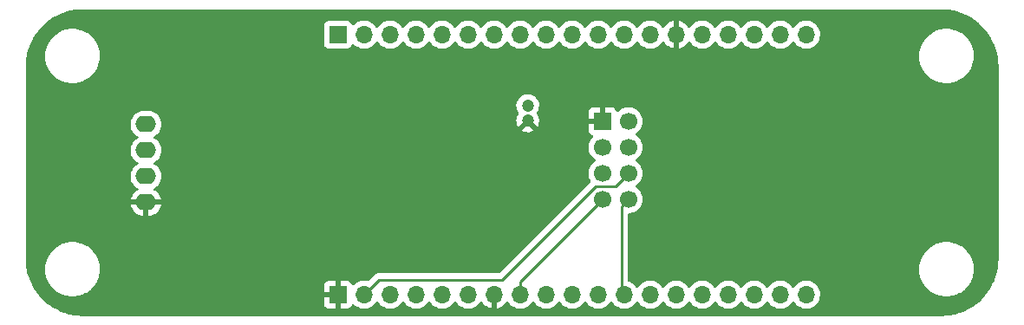
<source format=gbr>
%TF.GenerationSoftware,KiCad,Pcbnew,(6.0.1)*%
%TF.CreationDate,2023-03-10T13:51:45+01:00*%
%TF.ProjectId,openDTU_wDisplay,6f70656e-4454-4555-9f77-446973706c61,rev?*%
%TF.SameCoordinates,Original*%
%TF.FileFunction,Copper,L2,Bot*%
%TF.FilePolarity,Positive*%
%FSLAX46Y46*%
G04 Gerber Fmt 4.6, Leading zero omitted, Abs format (unit mm)*
G04 Created by KiCad (PCBNEW (6.0.1)) date 2023-03-10 13:51:45*
%MOMM*%
%LPD*%
G01*
G04 APERTURE LIST*
%TA.AperFunction,ComponentPad*%
%ADD10R,1.700000X1.700000*%
%TD*%
%TA.AperFunction,ComponentPad*%
%ADD11C,1.700000*%
%TD*%
%TA.AperFunction,ComponentPad*%
%ADD12C,1.200000*%
%TD*%
%TA.AperFunction,ComponentPad*%
%ADD13O,2.000000X1.600000*%
%TD*%
%TA.AperFunction,ComponentPad*%
%ADD14O,1.700000X1.700000*%
%TD*%
%TA.AperFunction,Conductor*%
%ADD15C,0.250000*%
%TD*%
G04 APERTURE END LIST*
D10*
%TO.P,NRF24L01+1,1,GND*%
%TO.N,GND*%
X146748500Y-81040000D03*
D11*
%TO.P,NRF24L01+1,2,VCC*%
%TO.N,PWR3x3*%
X149288500Y-81040000D03*
%TO.P,NRF24L01+1,3,CE*%
%TO.N,CE*%
X146748500Y-83580000D03*
%TO.P,NRF24L01+1,4,~{CSN}*%
%TO.N,~{CSN}*%
X149288500Y-83580000D03*
%TO.P,NRF24L01+1,5,SCK*%
%TO.N,SCK*%
X146748500Y-86120000D03*
%TO.P,NRF24L01+1,6,MOSI*%
%TO.N,MOSI*%
X149288500Y-86120000D03*
%TO.P,NRF24L01+1,7,MISO*%
%TO.N,MISO*%
X146748500Y-88660000D03*
%TO.P,NRF24L01+1,8,IRQ*%
%TO.N,IRQ*%
X149288500Y-88660000D03*
%TD*%
D12*
%TO.P,C1,1*%
%TO.N,PWR3x3*%
X139446000Y-79514000D03*
%TO.P,C1,2*%
%TO.N,GND*%
X139446000Y-81014000D03*
%TD*%
D13*
%TO.P,SSD1306,1,GND*%
%TO.N,GND*%
X102176000Y-88964000D03*
%TO.P,SSD1306,2,VCC*%
%TO.N,PWR3x3*%
X102176000Y-86424000D03*
%TO.P,SSD1306,3,SCL*%
%TO.N,SCL*%
X102176000Y-83884000D03*
%TO.P,SSD1306,4,SDA*%
%TO.N,SDA*%
X102176000Y-81344000D03*
%TD*%
D10*
%TO.P,ESP32NodeMCU1,1,3V3*%
%TO.N,PWR3x3*%
X120914000Y-72591500D03*
D14*
%TO.P,ESP32NodeMCU1,2,EN*%
%TO.N,unconnected-(ESP32NodeMCU1-Pad2)*%
X123454000Y-72591500D03*
%TO.P,ESP32NodeMCU1,3,SP*%
%TO.N,unconnected-(ESP32NodeMCU1-Pad3)*%
X125994000Y-72591500D03*
%TO.P,ESP32NodeMCU1,4,SN*%
%TO.N,unconnected-(ESP32NodeMCU1-Pad4)*%
X128534000Y-72591500D03*
%TO.P,ESP32NodeMCU1,5,G34*%
%TO.N,unconnected-(ESP32NodeMCU1-Pad5)*%
X131074000Y-72591500D03*
%TO.P,ESP32NodeMCU1,6,G35*%
%TO.N,unconnected-(ESP32NodeMCU1-Pad6)*%
X133614000Y-72591500D03*
%TO.P,ESP32NodeMCU1,7,G32*%
%TO.N,unconnected-(ESP32NodeMCU1-Pad7)*%
X136154000Y-72591500D03*
%TO.P,ESP32NodeMCU1,8,G33*%
%TO.N,unconnected-(ESP32NodeMCU1-Pad8)*%
X138694000Y-72591500D03*
%TO.P,ESP32NodeMCU1,9,G25*%
%TO.N,unconnected-(ESP32NodeMCU1-Pad9)*%
X141234000Y-72591500D03*
%TO.P,ESP32NodeMCU1,10,G26*%
%TO.N,unconnected-(ESP32NodeMCU1-Pad10)*%
X143774000Y-72591500D03*
%TO.P,ESP32NodeMCU1,11,G27*%
%TO.N,unconnected-(ESP32NodeMCU1-Pad11)*%
X146314000Y-72591500D03*
%TO.P,ESP32NodeMCU1,12,G14*%
%TO.N,unconnected-(ESP32NodeMCU1-Pad12)*%
X148854000Y-72591500D03*
%TO.P,ESP32NodeMCU1,13,G12*%
%TO.N,unconnected-(ESP32NodeMCU1-Pad13)*%
X151394000Y-72591500D03*
%TO.P,ESP32NodeMCU1,14,GND*%
%TO.N,GND*%
X153934000Y-72591500D03*
%TO.P,ESP32NodeMCU1,15,G13*%
%TO.N,unconnected-(ESP32NodeMCU1-Pad15)*%
X156474000Y-72591500D03*
%TO.P,ESP32NodeMCU1,16,SD2*%
%TO.N,unconnected-(ESP32NodeMCU1-Pad16)*%
X159014000Y-72591500D03*
%TO.P,ESP32NodeMCU1,17,SD3*%
%TO.N,unconnected-(ESP32NodeMCU1-Pad17)*%
X161554000Y-72591500D03*
%TO.P,ESP32NodeMCU1,18,CMD*%
%TO.N,unconnected-(ESP32NodeMCU1-Pad18)*%
X164094000Y-72591500D03*
%TO.P,ESP32NodeMCU1,19,5V*%
%TO.N,unconnected-(ESP32NodeMCU1-Pad19)*%
X166634000Y-72591500D03*
%TO.P,ESP32NodeMCU1,20,CLK*%
%TO.N,unconnected-(ESP32NodeMCU1-Pad20)*%
X166634000Y-97991500D03*
%TO.P,ESP32NodeMCU1,21,SD0*%
%TO.N,unconnected-(ESP32NodeMCU1-Pad21)*%
X164094000Y-97991500D03*
%TO.P,ESP32NodeMCU1,22,SD1*%
%TO.N,unconnected-(ESP32NodeMCU1-Pad22)*%
X161554000Y-97991500D03*
%TO.P,ESP32NodeMCU1,23,G15*%
%TO.N,unconnected-(ESP32NodeMCU1-Pad23)*%
X159014000Y-97991500D03*
%TO.P,ESP32NodeMCU1,24,G2*%
%TO.N,unconnected-(ESP32NodeMCU1-Pad24)*%
X156474000Y-97991500D03*
%TO.P,ESP32NodeMCU1,25,G0*%
%TO.N,unconnected-(ESP32NodeMCU1-Pad25)*%
X153934000Y-97991500D03*
%TO.P,ESP32NodeMCU1,26,G4*%
%TO.N,CE*%
X151394000Y-97991500D03*
%TO.P,ESP32NodeMCU1,27,G16*%
%TO.N,IRQ*%
X148854000Y-97991500D03*
%TO.P,ESP32NodeMCU1,28,G17*%
%TO.N,unconnected-(ESP32NodeMCU1-Pad28)*%
X146314000Y-97991500D03*
%TO.P,ESP32NodeMCU1,29,G5*%
%TO.N,~{CSN}*%
X143774000Y-97991500D03*
%TO.P,ESP32NodeMCU1,30,G18*%
%TO.N,SCK*%
X141234000Y-97991500D03*
%TO.P,ESP32NodeMCU1,31,G19*%
%TO.N,MISO*%
X138694000Y-97991500D03*
%TO.P,ESP32NodeMCU1,32,GND*%
%TO.N,GND*%
X136154000Y-97991500D03*
%TO.P,ESP32NodeMCU1,33,G21*%
%TO.N,SDA*%
X133614000Y-97991500D03*
%TO.P,ESP32NodeMCU1,34,RXD*%
%TO.N,unconnected-(ESP32NodeMCU1-Pad34)*%
X131074000Y-97991500D03*
%TO.P,ESP32NodeMCU1,35,TXD*%
%TO.N,unconnected-(ESP32NodeMCU1-Pad35)*%
X128534000Y-97991500D03*
%TO.P,ESP32NodeMCU1,36,G22*%
%TO.N,SCL*%
X125994000Y-97991500D03*
%TO.P,ESP32NodeMCU1,37,G23*%
%TO.N,MOSI*%
X123454000Y-97991500D03*
D10*
%TO.P,ESP32NodeMCU1,38,GND*%
%TO.N,GND*%
X120914000Y-97991500D03*
%TD*%
D15*
%TO.N,MOSI*%
X148032500Y-87376000D02*
X149288500Y-86120000D01*
X136906000Y-96520000D02*
X146050000Y-87376000D01*
X124925500Y-96520000D02*
X136906000Y-96520000D01*
X123454000Y-97991500D02*
X124925500Y-96520000D01*
X146050000Y-87376000D02*
X148032500Y-87376000D01*
%TO.N,IRQ*%
X148590000Y-89358500D02*
X149288500Y-88660000D01*
X148590000Y-97727500D02*
X148590000Y-89358500D01*
X148854000Y-97991500D02*
X148590000Y-97727500D01*
%TO.N,MISO*%
X138694000Y-96714500D02*
X146748500Y-88660000D01*
X138694000Y-97991500D02*
X138694000Y-96714500D01*
%TD*%
%TA.AperFunction,Conductor*%
%TO.N,GND*%
G36*
X179802057Y-70105500D02*
G01*
X179816858Y-70107805D01*
X179816861Y-70107805D01*
X179825730Y-70109186D01*
X179847075Y-70106395D01*
X179868354Y-70105429D01*
X180265479Y-70121032D01*
X180275342Y-70121808D01*
X180701245Y-70172217D01*
X180711016Y-70173765D01*
X180925354Y-70216399D01*
X181131650Y-70257434D01*
X181141251Y-70259739D01*
X181417329Y-70337601D01*
X181554017Y-70376151D01*
X181563426Y-70379208D01*
X181965792Y-70527648D01*
X181974929Y-70531433D01*
X182364409Y-70710986D01*
X182373214Y-70715473D01*
X182747406Y-70925031D01*
X182755842Y-70930200D01*
X183112434Y-71168467D01*
X183120422Y-71174271D01*
X183245846Y-71273146D01*
X183457226Y-71439785D01*
X183464749Y-71446210D01*
X183526404Y-71503203D01*
X183779689Y-71737337D01*
X183786663Y-71744311D01*
X183920000Y-71888554D01*
X184077790Y-72059251D01*
X184084215Y-72066774D01*
X184235659Y-72258880D01*
X184322362Y-72368861D01*
X184349724Y-72403570D01*
X184355533Y-72411566D01*
X184518017Y-72654740D01*
X184593800Y-72768158D01*
X184598969Y-72776594D01*
X184808527Y-73150786D01*
X184813014Y-73159591D01*
X184972078Y-73504626D01*
X184992566Y-73549068D01*
X184996351Y-73558206D01*
X184997444Y-73561167D01*
X185144792Y-73960574D01*
X185147849Y-73969983D01*
X185264261Y-74382749D01*
X185266566Y-74392350D01*
X185268373Y-74401433D01*
X185350235Y-74812984D01*
X185351783Y-74822755D01*
X185402192Y-75248658D01*
X185402968Y-75258521D01*
X185418277Y-75648165D01*
X185416875Y-75672490D01*
X185414814Y-75685730D01*
X185415978Y-75694632D01*
X185415978Y-75694635D01*
X185418936Y-75717251D01*
X185420000Y-75733589D01*
X185420000Y-94438672D01*
X185418500Y-94458056D01*
X185414814Y-94481730D01*
X185417562Y-94502746D01*
X185417605Y-94503073D01*
X185418571Y-94524354D01*
X185402968Y-94921479D01*
X185402192Y-94931342D01*
X185351783Y-95357245D01*
X185350235Y-95367016D01*
X185266852Y-95786217D01*
X185266568Y-95787643D01*
X185264261Y-95797251D01*
X185198681Y-96029782D01*
X185147849Y-96210017D01*
X185144792Y-96219426D01*
X184996352Y-96621792D01*
X184992567Y-96630929D01*
X184815903Y-97014144D01*
X184813019Y-97020399D01*
X184808527Y-97029214D01*
X184598969Y-97403406D01*
X184593800Y-97411842D01*
X184358602Y-97763842D01*
X184355539Y-97768426D01*
X184349729Y-97776422D01*
X184288757Y-97853766D01*
X184084215Y-98113226D01*
X184077790Y-98120749D01*
X184039196Y-98162500D01*
X183786663Y-98435689D01*
X183779689Y-98442663D01*
X183719877Y-98497953D01*
X183464749Y-98733790D01*
X183457226Y-98740215D01*
X183381137Y-98800199D01*
X183120422Y-99005729D01*
X183112434Y-99011533D01*
X182883244Y-99164673D01*
X182755842Y-99249800D01*
X182747406Y-99254969D01*
X182373214Y-99464527D01*
X182364409Y-99469014D01*
X181974932Y-99648566D01*
X181965792Y-99652352D01*
X181563426Y-99800792D01*
X181554017Y-99803849D01*
X181417329Y-99842399D01*
X181141251Y-99920261D01*
X181131650Y-99922566D01*
X181002283Y-99948299D01*
X180711016Y-100006235D01*
X180701245Y-100007783D01*
X180275342Y-100058192D01*
X180265479Y-100058968D01*
X179875835Y-100074277D01*
X179851510Y-100072875D01*
X179849790Y-100072608D01*
X179838270Y-100070814D01*
X179829368Y-100071978D01*
X179829365Y-100071978D01*
X179806749Y-100074936D01*
X179790411Y-100076000D01*
X96061328Y-100076000D01*
X96041943Y-100074500D01*
X96027142Y-100072195D01*
X96027139Y-100072195D01*
X96018270Y-100070814D01*
X95996925Y-100073605D01*
X95975646Y-100074571D01*
X95578521Y-100058968D01*
X95568658Y-100058192D01*
X95142755Y-100007783D01*
X95132984Y-100006235D01*
X94841717Y-99948299D01*
X94712350Y-99922566D01*
X94702749Y-99920261D01*
X94426671Y-99842399D01*
X94289983Y-99803849D01*
X94280574Y-99800792D01*
X93878208Y-99652352D01*
X93869068Y-99648566D01*
X93479591Y-99469014D01*
X93470786Y-99464527D01*
X93096594Y-99254969D01*
X93088158Y-99249800D01*
X92960756Y-99164673D01*
X92731566Y-99011533D01*
X92723578Y-99005729D01*
X92571916Y-98886169D01*
X119556001Y-98886169D01*
X119556371Y-98892990D01*
X119561895Y-98943852D01*
X119565521Y-98959104D01*
X119610676Y-99079554D01*
X119619214Y-99095149D01*
X119695715Y-99197224D01*
X119708276Y-99209785D01*
X119810351Y-99286286D01*
X119825946Y-99294824D01*
X119946394Y-99339978D01*
X119961649Y-99343605D01*
X120012514Y-99349131D01*
X120019328Y-99349500D01*
X120641885Y-99349500D01*
X120657124Y-99345025D01*
X120658329Y-99343635D01*
X120660000Y-99335952D01*
X120660000Y-99331384D01*
X121168000Y-99331384D01*
X121172475Y-99346623D01*
X121173865Y-99347828D01*
X121181548Y-99349499D01*
X121808669Y-99349499D01*
X121815490Y-99349129D01*
X121866352Y-99343605D01*
X121881604Y-99339979D01*
X122002054Y-99294824D01*
X122017649Y-99286286D01*
X122119724Y-99209785D01*
X122132285Y-99197224D01*
X122208786Y-99095149D01*
X122217324Y-99079554D01*
X122258225Y-98970452D01*
X122300867Y-98913688D01*
X122367428Y-98888988D01*
X122436777Y-98904196D01*
X122471444Y-98932184D01*
X122496865Y-98961531D01*
X122496869Y-98961535D01*
X122500250Y-98965438D01*
X122672126Y-99108132D01*
X122865000Y-99220838D01*
X123073692Y-99300530D01*
X123078760Y-99301561D01*
X123078763Y-99301562D01*
X123173862Y-99320910D01*
X123292597Y-99345067D01*
X123297772Y-99345257D01*
X123297774Y-99345257D01*
X123510673Y-99353064D01*
X123510677Y-99353064D01*
X123515837Y-99353253D01*
X123520957Y-99352597D01*
X123520959Y-99352597D01*
X123732288Y-99325525D01*
X123732289Y-99325525D01*
X123737416Y-99324868D01*
X123742366Y-99323383D01*
X123946429Y-99262161D01*
X123946434Y-99262159D01*
X123951384Y-99260674D01*
X124151994Y-99162396D01*
X124333860Y-99032673D01*
X124360904Y-99005724D01*
X124434701Y-98932184D01*
X124492096Y-98874989D01*
X124622453Y-98693577D01*
X124623776Y-98694528D01*
X124670645Y-98651357D01*
X124740580Y-98639125D01*
X124806026Y-98666644D01*
X124833875Y-98698494D01*
X124893987Y-98796588D01*
X125040250Y-98965438D01*
X125212126Y-99108132D01*
X125405000Y-99220838D01*
X125613692Y-99300530D01*
X125618760Y-99301561D01*
X125618763Y-99301562D01*
X125713862Y-99320910D01*
X125832597Y-99345067D01*
X125837772Y-99345257D01*
X125837774Y-99345257D01*
X126050673Y-99353064D01*
X126050677Y-99353064D01*
X126055837Y-99353253D01*
X126060957Y-99352597D01*
X126060959Y-99352597D01*
X126272288Y-99325525D01*
X126272289Y-99325525D01*
X126277416Y-99324868D01*
X126282366Y-99323383D01*
X126486429Y-99262161D01*
X126486434Y-99262159D01*
X126491384Y-99260674D01*
X126691994Y-99162396D01*
X126873860Y-99032673D01*
X126900904Y-99005724D01*
X126974701Y-98932184D01*
X127032096Y-98874989D01*
X127162453Y-98693577D01*
X127163776Y-98694528D01*
X127210645Y-98651357D01*
X127280580Y-98639125D01*
X127346026Y-98666644D01*
X127373875Y-98698494D01*
X127433987Y-98796588D01*
X127580250Y-98965438D01*
X127752126Y-99108132D01*
X127945000Y-99220838D01*
X128153692Y-99300530D01*
X128158760Y-99301561D01*
X128158763Y-99301562D01*
X128253862Y-99320910D01*
X128372597Y-99345067D01*
X128377772Y-99345257D01*
X128377774Y-99345257D01*
X128590673Y-99353064D01*
X128590677Y-99353064D01*
X128595837Y-99353253D01*
X128600957Y-99352597D01*
X128600959Y-99352597D01*
X128812288Y-99325525D01*
X128812289Y-99325525D01*
X128817416Y-99324868D01*
X128822366Y-99323383D01*
X129026429Y-99262161D01*
X129026434Y-99262159D01*
X129031384Y-99260674D01*
X129231994Y-99162396D01*
X129413860Y-99032673D01*
X129440904Y-99005724D01*
X129514701Y-98932184D01*
X129572096Y-98874989D01*
X129702453Y-98693577D01*
X129703776Y-98694528D01*
X129750645Y-98651357D01*
X129820580Y-98639125D01*
X129886026Y-98666644D01*
X129913875Y-98698494D01*
X129973987Y-98796588D01*
X130120250Y-98965438D01*
X130292126Y-99108132D01*
X130485000Y-99220838D01*
X130693692Y-99300530D01*
X130698760Y-99301561D01*
X130698763Y-99301562D01*
X130793862Y-99320910D01*
X130912597Y-99345067D01*
X130917772Y-99345257D01*
X130917774Y-99345257D01*
X131130673Y-99353064D01*
X131130677Y-99353064D01*
X131135837Y-99353253D01*
X131140957Y-99352597D01*
X131140959Y-99352597D01*
X131352288Y-99325525D01*
X131352289Y-99325525D01*
X131357416Y-99324868D01*
X131362366Y-99323383D01*
X131566429Y-99262161D01*
X131566434Y-99262159D01*
X131571384Y-99260674D01*
X131771994Y-99162396D01*
X131953860Y-99032673D01*
X131980904Y-99005724D01*
X132054701Y-98932184D01*
X132112096Y-98874989D01*
X132242453Y-98693577D01*
X132243776Y-98694528D01*
X132290645Y-98651357D01*
X132360580Y-98639125D01*
X132426026Y-98666644D01*
X132453875Y-98698494D01*
X132513987Y-98796588D01*
X132660250Y-98965438D01*
X132832126Y-99108132D01*
X133025000Y-99220838D01*
X133233692Y-99300530D01*
X133238760Y-99301561D01*
X133238763Y-99301562D01*
X133333862Y-99320910D01*
X133452597Y-99345067D01*
X133457772Y-99345257D01*
X133457774Y-99345257D01*
X133670673Y-99353064D01*
X133670677Y-99353064D01*
X133675837Y-99353253D01*
X133680957Y-99352597D01*
X133680959Y-99352597D01*
X133892288Y-99325525D01*
X133892289Y-99325525D01*
X133897416Y-99324868D01*
X133902366Y-99323383D01*
X134106429Y-99262161D01*
X134106434Y-99262159D01*
X134111384Y-99260674D01*
X134311994Y-99162396D01*
X134493860Y-99032673D01*
X134520904Y-99005724D01*
X134594701Y-98932184D01*
X134652096Y-98874989D01*
X134782453Y-98693577D01*
X134783640Y-98694430D01*
X134830960Y-98650862D01*
X134900897Y-98638645D01*
X134966338Y-98666178D01*
X134994166Y-98698011D01*
X135051694Y-98791888D01*
X135057777Y-98800199D01*
X135197213Y-98961167D01*
X135204580Y-98968383D01*
X135368434Y-99104416D01*
X135376881Y-99110331D01*
X135560756Y-99217779D01*
X135570042Y-99222229D01*
X135769001Y-99298203D01*
X135778899Y-99301079D01*
X135882250Y-99322106D01*
X135896299Y-99320910D01*
X135900000Y-99310565D01*
X135900000Y-97863500D01*
X135920002Y-97795379D01*
X135973658Y-97748886D01*
X136026000Y-97737500D01*
X136282000Y-97737500D01*
X136350121Y-97757502D01*
X136396614Y-97811158D01*
X136408000Y-97863500D01*
X136408000Y-99310017D01*
X136412064Y-99323859D01*
X136425478Y-99325893D01*
X136432184Y-99325034D01*
X136442262Y-99322892D01*
X136646255Y-99261691D01*
X136655842Y-99257933D01*
X136847095Y-99164239D01*
X136855945Y-99158964D01*
X137029328Y-99035292D01*
X137037200Y-99028639D01*
X137188052Y-98878312D01*
X137194730Y-98870465D01*
X137322022Y-98693319D01*
X137323279Y-98694222D01*
X137370373Y-98650862D01*
X137440311Y-98638645D01*
X137505751Y-98666178D01*
X137533579Y-98698011D01*
X137593987Y-98796588D01*
X137740250Y-98965438D01*
X137912126Y-99108132D01*
X138105000Y-99220838D01*
X138313692Y-99300530D01*
X138318760Y-99301561D01*
X138318763Y-99301562D01*
X138413862Y-99320910D01*
X138532597Y-99345067D01*
X138537772Y-99345257D01*
X138537774Y-99345257D01*
X138750673Y-99353064D01*
X138750677Y-99353064D01*
X138755837Y-99353253D01*
X138760957Y-99352597D01*
X138760959Y-99352597D01*
X138972288Y-99325525D01*
X138972289Y-99325525D01*
X138977416Y-99324868D01*
X138982366Y-99323383D01*
X139186429Y-99262161D01*
X139186434Y-99262159D01*
X139191384Y-99260674D01*
X139391994Y-99162396D01*
X139573860Y-99032673D01*
X139600904Y-99005724D01*
X139674701Y-98932184D01*
X139732096Y-98874989D01*
X139862453Y-98693577D01*
X139863776Y-98694528D01*
X139910645Y-98651357D01*
X139980580Y-98639125D01*
X140046026Y-98666644D01*
X140073875Y-98698494D01*
X140133987Y-98796588D01*
X140280250Y-98965438D01*
X140452126Y-99108132D01*
X140645000Y-99220838D01*
X140853692Y-99300530D01*
X140858760Y-99301561D01*
X140858763Y-99301562D01*
X140953862Y-99320910D01*
X141072597Y-99345067D01*
X141077772Y-99345257D01*
X141077774Y-99345257D01*
X141290673Y-99353064D01*
X141290677Y-99353064D01*
X141295837Y-99353253D01*
X141300957Y-99352597D01*
X141300959Y-99352597D01*
X141512288Y-99325525D01*
X141512289Y-99325525D01*
X141517416Y-99324868D01*
X141522366Y-99323383D01*
X141726429Y-99262161D01*
X141726434Y-99262159D01*
X141731384Y-99260674D01*
X141931994Y-99162396D01*
X142113860Y-99032673D01*
X142140904Y-99005724D01*
X142214701Y-98932184D01*
X142272096Y-98874989D01*
X142402453Y-98693577D01*
X142403776Y-98694528D01*
X142450645Y-98651357D01*
X142520580Y-98639125D01*
X142586026Y-98666644D01*
X142613875Y-98698494D01*
X142673987Y-98796588D01*
X142820250Y-98965438D01*
X142992126Y-99108132D01*
X143185000Y-99220838D01*
X143393692Y-99300530D01*
X143398760Y-99301561D01*
X143398763Y-99301562D01*
X143493862Y-99320910D01*
X143612597Y-99345067D01*
X143617772Y-99345257D01*
X143617774Y-99345257D01*
X143830673Y-99353064D01*
X143830677Y-99353064D01*
X143835837Y-99353253D01*
X143840957Y-99352597D01*
X143840959Y-99352597D01*
X144052288Y-99325525D01*
X144052289Y-99325525D01*
X144057416Y-99324868D01*
X144062366Y-99323383D01*
X144266429Y-99262161D01*
X144266434Y-99262159D01*
X144271384Y-99260674D01*
X144471994Y-99162396D01*
X144653860Y-99032673D01*
X144680904Y-99005724D01*
X144754701Y-98932184D01*
X144812096Y-98874989D01*
X144942453Y-98693577D01*
X144943776Y-98694528D01*
X144990645Y-98651357D01*
X145060580Y-98639125D01*
X145126026Y-98666644D01*
X145153875Y-98698494D01*
X145213987Y-98796588D01*
X145360250Y-98965438D01*
X145532126Y-99108132D01*
X145725000Y-99220838D01*
X145933692Y-99300530D01*
X145938760Y-99301561D01*
X145938763Y-99301562D01*
X146033862Y-99320910D01*
X146152597Y-99345067D01*
X146157772Y-99345257D01*
X146157774Y-99345257D01*
X146370673Y-99353064D01*
X146370677Y-99353064D01*
X146375837Y-99353253D01*
X146380957Y-99352597D01*
X146380959Y-99352597D01*
X146592288Y-99325525D01*
X146592289Y-99325525D01*
X146597416Y-99324868D01*
X146602366Y-99323383D01*
X146806429Y-99262161D01*
X146806434Y-99262159D01*
X146811384Y-99260674D01*
X147011994Y-99162396D01*
X147193860Y-99032673D01*
X147220904Y-99005724D01*
X147294701Y-98932184D01*
X147352096Y-98874989D01*
X147482453Y-98693577D01*
X147483776Y-98694528D01*
X147530645Y-98651357D01*
X147600580Y-98639125D01*
X147666026Y-98666644D01*
X147693875Y-98698494D01*
X147753987Y-98796588D01*
X147900250Y-98965438D01*
X148072126Y-99108132D01*
X148265000Y-99220838D01*
X148473692Y-99300530D01*
X148478760Y-99301561D01*
X148478763Y-99301562D01*
X148573862Y-99320910D01*
X148692597Y-99345067D01*
X148697772Y-99345257D01*
X148697774Y-99345257D01*
X148910673Y-99353064D01*
X148910677Y-99353064D01*
X148915837Y-99353253D01*
X148920957Y-99352597D01*
X148920959Y-99352597D01*
X149132288Y-99325525D01*
X149132289Y-99325525D01*
X149137416Y-99324868D01*
X149142366Y-99323383D01*
X149346429Y-99262161D01*
X149346434Y-99262159D01*
X149351384Y-99260674D01*
X149551994Y-99162396D01*
X149733860Y-99032673D01*
X149760904Y-99005724D01*
X149834701Y-98932184D01*
X149892096Y-98874989D01*
X150022453Y-98693577D01*
X150023776Y-98694528D01*
X150070645Y-98651357D01*
X150140580Y-98639125D01*
X150206026Y-98666644D01*
X150233875Y-98698494D01*
X150293987Y-98796588D01*
X150440250Y-98965438D01*
X150612126Y-99108132D01*
X150805000Y-99220838D01*
X151013692Y-99300530D01*
X151018760Y-99301561D01*
X151018763Y-99301562D01*
X151113862Y-99320910D01*
X151232597Y-99345067D01*
X151237772Y-99345257D01*
X151237774Y-99345257D01*
X151450673Y-99353064D01*
X151450677Y-99353064D01*
X151455837Y-99353253D01*
X151460957Y-99352597D01*
X151460959Y-99352597D01*
X151672288Y-99325525D01*
X151672289Y-99325525D01*
X151677416Y-99324868D01*
X151682366Y-99323383D01*
X151886429Y-99262161D01*
X151886434Y-99262159D01*
X151891384Y-99260674D01*
X152091994Y-99162396D01*
X152273860Y-99032673D01*
X152300904Y-99005724D01*
X152374701Y-98932184D01*
X152432096Y-98874989D01*
X152562453Y-98693577D01*
X152563776Y-98694528D01*
X152610645Y-98651357D01*
X152680580Y-98639125D01*
X152746026Y-98666644D01*
X152773875Y-98698494D01*
X152833987Y-98796588D01*
X152980250Y-98965438D01*
X153152126Y-99108132D01*
X153345000Y-99220838D01*
X153553692Y-99300530D01*
X153558760Y-99301561D01*
X153558763Y-99301562D01*
X153653862Y-99320910D01*
X153772597Y-99345067D01*
X153777772Y-99345257D01*
X153777774Y-99345257D01*
X153990673Y-99353064D01*
X153990677Y-99353064D01*
X153995837Y-99353253D01*
X154000957Y-99352597D01*
X154000959Y-99352597D01*
X154212288Y-99325525D01*
X154212289Y-99325525D01*
X154217416Y-99324868D01*
X154222366Y-99323383D01*
X154426429Y-99262161D01*
X154426434Y-99262159D01*
X154431384Y-99260674D01*
X154631994Y-99162396D01*
X154813860Y-99032673D01*
X154840904Y-99005724D01*
X154914701Y-98932184D01*
X154972096Y-98874989D01*
X155102453Y-98693577D01*
X155103776Y-98694528D01*
X155150645Y-98651357D01*
X155220580Y-98639125D01*
X155286026Y-98666644D01*
X155313875Y-98698494D01*
X155373987Y-98796588D01*
X155520250Y-98965438D01*
X155692126Y-99108132D01*
X155885000Y-99220838D01*
X156093692Y-99300530D01*
X156098760Y-99301561D01*
X156098763Y-99301562D01*
X156193862Y-99320910D01*
X156312597Y-99345067D01*
X156317772Y-99345257D01*
X156317774Y-99345257D01*
X156530673Y-99353064D01*
X156530677Y-99353064D01*
X156535837Y-99353253D01*
X156540957Y-99352597D01*
X156540959Y-99352597D01*
X156752288Y-99325525D01*
X156752289Y-99325525D01*
X156757416Y-99324868D01*
X156762366Y-99323383D01*
X156966429Y-99262161D01*
X156966434Y-99262159D01*
X156971384Y-99260674D01*
X157171994Y-99162396D01*
X157353860Y-99032673D01*
X157380904Y-99005724D01*
X157454701Y-98932184D01*
X157512096Y-98874989D01*
X157642453Y-98693577D01*
X157643776Y-98694528D01*
X157690645Y-98651357D01*
X157760580Y-98639125D01*
X157826026Y-98666644D01*
X157853875Y-98698494D01*
X157913987Y-98796588D01*
X158060250Y-98965438D01*
X158232126Y-99108132D01*
X158425000Y-99220838D01*
X158633692Y-99300530D01*
X158638760Y-99301561D01*
X158638763Y-99301562D01*
X158733862Y-99320910D01*
X158852597Y-99345067D01*
X158857772Y-99345257D01*
X158857774Y-99345257D01*
X159070673Y-99353064D01*
X159070677Y-99353064D01*
X159075837Y-99353253D01*
X159080957Y-99352597D01*
X159080959Y-99352597D01*
X159292288Y-99325525D01*
X159292289Y-99325525D01*
X159297416Y-99324868D01*
X159302366Y-99323383D01*
X159506429Y-99262161D01*
X159506434Y-99262159D01*
X159511384Y-99260674D01*
X159711994Y-99162396D01*
X159893860Y-99032673D01*
X159920904Y-99005724D01*
X159994701Y-98932184D01*
X160052096Y-98874989D01*
X160182453Y-98693577D01*
X160183776Y-98694528D01*
X160230645Y-98651357D01*
X160300580Y-98639125D01*
X160366026Y-98666644D01*
X160393875Y-98698494D01*
X160453987Y-98796588D01*
X160600250Y-98965438D01*
X160772126Y-99108132D01*
X160965000Y-99220838D01*
X161173692Y-99300530D01*
X161178760Y-99301561D01*
X161178763Y-99301562D01*
X161273862Y-99320910D01*
X161392597Y-99345067D01*
X161397772Y-99345257D01*
X161397774Y-99345257D01*
X161610673Y-99353064D01*
X161610677Y-99353064D01*
X161615837Y-99353253D01*
X161620957Y-99352597D01*
X161620959Y-99352597D01*
X161832288Y-99325525D01*
X161832289Y-99325525D01*
X161837416Y-99324868D01*
X161842366Y-99323383D01*
X162046429Y-99262161D01*
X162046434Y-99262159D01*
X162051384Y-99260674D01*
X162251994Y-99162396D01*
X162433860Y-99032673D01*
X162460904Y-99005724D01*
X162534701Y-98932184D01*
X162592096Y-98874989D01*
X162722453Y-98693577D01*
X162723776Y-98694528D01*
X162770645Y-98651357D01*
X162840580Y-98639125D01*
X162906026Y-98666644D01*
X162933875Y-98698494D01*
X162993987Y-98796588D01*
X163140250Y-98965438D01*
X163312126Y-99108132D01*
X163505000Y-99220838D01*
X163713692Y-99300530D01*
X163718760Y-99301561D01*
X163718763Y-99301562D01*
X163813862Y-99320910D01*
X163932597Y-99345067D01*
X163937772Y-99345257D01*
X163937774Y-99345257D01*
X164150673Y-99353064D01*
X164150677Y-99353064D01*
X164155837Y-99353253D01*
X164160957Y-99352597D01*
X164160959Y-99352597D01*
X164372288Y-99325525D01*
X164372289Y-99325525D01*
X164377416Y-99324868D01*
X164382366Y-99323383D01*
X164586429Y-99262161D01*
X164586434Y-99262159D01*
X164591384Y-99260674D01*
X164791994Y-99162396D01*
X164973860Y-99032673D01*
X165000904Y-99005724D01*
X165074701Y-98932184D01*
X165132096Y-98874989D01*
X165262453Y-98693577D01*
X165263776Y-98694528D01*
X165310645Y-98651357D01*
X165380580Y-98639125D01*
X165446026Y-98666644D01*
X165473875Y-98698494D01*
X165533987Y-98796588D01*
X165680250Y-98965438D01*
X165852126Y-99108132D01*
X166045000Y-99220838D01*
X166253692Y-99300530D01*
X166258760Y-99301561D01*
X166258763Y-99301562D01*
X166353862Y-99320910D01*
X166472597Y-99345067D01*
X166477772Y-99345257D01*
X166477774Y-99345257D01*
X166690673Y-99353064D01*
X166690677Y-99353064D01*
X166695837Y-99353253D01*
X166700957Y-99352597D01*
X166700959Y-99352597D01*
X166912288Y-99325525D01*
X166912289Y-99325525D01*
X166917416Y-99324868D01*
X166922366Y-99323383D01*
X167126429Y-99262161D01*
X167126434Y-99262159D01*
X167131384Y-99260674D01*
X167331994Y-99162396D01*
X167513860Y-99032673D01*
X167540904Y-99005724D01*
X167614701Y-98932184D01*
X167672096Y-98874989D01*
X167802453Y-98693577D01*
X167815995Y-98666178D01*
X167899136Y-98497953D01*
X167899137Y-98497951D01*
X167901430Y-98493311D01*
X167966370Y-98279569D01*
X167995529Y-98058090D01*
X167997156Y-97991500D01*
X167978852Y-97768861D01*
X167924431Y-97552202D01*
X167835354Y-97347340D01*
X167771343Y-97248394D01*
X167716822Y-97164117D01*
X167716820Y-97164114D01*
X167714014Y-97159777D01*
X167563670Y-96994551D01*
X167559619Y-96991352D01*
X167559615Y-96991348D01*
X167392414Y-96859300D01*
X167392410Y-96859298D01*
X167388359Y-96856098D01*
X167192789Y-96748138D01*
X167187920Y-96746414D01*
X167187916Y-96746412D01*
X166987087Y-96675295D01*
X166987083Y-96675294D01*
X166982212Y-96673569D01*
X166977119Y-96672662D01*
X166977116Y-96672661D01*
X166767373Y-96635300D01*
X166767367Y-96635299D01*
X166762284Y-96634394D01*
X166688452Y-96633492D01*
X166544081Y-96631728D01*
X166544079Y-96631728D01*
X166538911Y-96631665D01*
X166318091Y-96665455D01*
X166105756Y-96734857D01*
X166075443Y-96750637D01*
X165989616Y-96795316D01*
X165907607Y-96838007D01*
X165903474Y-96841110D01*
X165903471Y-96841112D01*
X165762672Y-96946827D01*
X165728965Y-96972135D01*
X165574629Y-97133638D01*
X165467201Y-97291121D01*
X165412293Y-97336121D01*
X165341768Y-97344292D01*
X165278021Y-97313038D01*
X165257324Y-97288554D01*
X165176822Y-97164117D01*
X165176820Y-97164114D01*
X165174014Y-97159777D01*
X165023670Y-96994551D01*
X165019619Y-96991352D01*
X165019615Y-96991348D01*
X164852414Y-96859300D01*
X164852410Y-96859298D01*
X164848359Y-96856098D01*
X164652789Y-96748138D01*
X164647920Y-96746414D01*
X164647916Y-96746412D01*
X164447087Y-96675295D01*
X164447083Y-96675294D01*
X164442212Y-96673569D01*
X164437119Y-96672662D01*
X164437116Y-96672661D01*
X164227373Y-96635300D01*
X164227367Y-96635299D01*
X164222284Y-96634394D01*
X164148452Y-96633492D01*
X164004081Y-96631728D01*
X164004079Y-96631728D01*
X163998911Y-96631665D01*
X163778091Y-96665455D01*
X163565756Y-96734857D01*
X163535443Y-96750637D01*
X163449616Y-96795316D01*
X163367607Y-96838007D01*
X163363474Y-96841110D01*
X163363471Y-96841112D01*
X163222672Y-96946827D01*
X163188965Y-96972135D01*
X163034629Y-97133638D01*
X162927201Y-97291121D01*
X162872293Y-97336121D01*
X162801768Y-97344292D01*
X162738021Y-97313038D01*
X162717324Y-97288554D01*
X162636822Y-97164117D01*
X162636820Y-97164114D01*
X162634014Y-97159777D01*
X162483670Y-96994551D01*
X162479619Y-96991352D01*
X162479615Y-96991348D01*
X162312414Y-96859300D01*
X162312410Y-96859298D01*
X162308359Y-96856098D01*
X162112789Y-96748138D01*
X162107920Y-96746414D01*
X162107916Y-96746412D01*
X161907087Y-96675295D01*
X161907083Y-96675294D01*
X161902212Y-96673569D01*
X161897119Y-96672662D01*
X161897116Y-96672661D01*
X161687373Y-96635300D01*
X161687367Y-96635299D01*
X161682284Y-96634394D01*
X161608452Y-96633492D01*
X161464081Y-96631728D01*
X161464079Y-96631728D01*
X161458911Y-96631665D01*
X161238091Y-96665455D01*
X161025756Y-96734857D01*
X160995443Y-96750637D01*
X160909616Y-96795316D01*
X160827607Y-96838007D01*
X160823474Y-96841110D01*
X160823471Y-96841112D01*
X160682672Y-96946827D01*
X160648965Y-96972135D01*
X160494629Y-97133638D01*
X160387201Y-97291121D01*
X160332293Y-97336121D01*
X160261768Y-97344292D01*
X160198021Y-97313038D01*
X160177324Y-97288554D01*
X160096822Y-97164117D01*
X160096820Y-97164114D01*
X160094014Y-97159777D01*
X159943670Y-96994551D01*
X159939619Y-96991352D01*
X159939615Y-96991348D01*
X159772414Y-96859300D01*
X159772410Y-96859298D01*
X159768359Y-96856098D01*
X159572789Y-96748138D01*
X159567920Y-96746414D01*
X159567916Y-96746412D01*
X159367087Y-96675295D01*
X159367083Y-96675294D01*
X159362212Y-96673569D01*
X159357119Y-96672662D01*
X159357116Y-96672661D01*
X159147373Y-96635300D01*
X159147367Y-96635299D01*
X159142284Y-96634394D01*
X159068452Y-96633492D01*
X158924081Y-96631728D01*
X158924079Y-96631728D01*
X158918911Y-96631665D01*
X158698091Y-96665455D01*
X158485756Y-96734857D01*
X158455443Y-96750637D01*
X158369616Y-96795316D01*
X158287607Y-96838007D01*
X158283474Y-96841110D01*
X158283471Y-96841112D01*
X158142672Y-96946827D01*
X158108965Y-96972135D01*
X157954629Y-97133638D01*
X157847201Y-97291121D01*
X157792293Y-97336121D01*
X157721768Y-97344292D01*
X157658021Y-97313038D01*
X157637324Y-97288554D01*
X157556822Y-97164117D01*
X157556820Y-97164114D01*
X157554014Y-97159777D01*
X157403670Y-96994551D01*
X157399619Y-96991352D01*
X157399615Y-96991348D01*
X157232414Y-96859300D01*
X157232410Y-96859298D01*
X157228359Y-96856098D01*
X157032789Y-96748138D01*
X157027920Y-96746414D01*
X157027916Y-96746412D01*
X156827087Y-96675295D01*
X156827083Y-96675294D01*
X156822212Y-96673569D01*
X156817119Y-96672662D01*
X156817116Y-96672661D01*
X156607373Y-96635300D01*
X156607367Y-96635299D01*
X156602284Y-96634394D01*
X156528452Y-96633492D01*
X156384081Y-96631728D01*
X156384079Y-96631728D01*
X156378911Y-96631665D01*
X156158091Y-96665455D01*
X155945756Y-96734857D01*
X155915443Y-96750637D01*
X155829616Y-96795316D01*
X155747607Y-96838007D01*
X155743474Y-96841110D01*
X155743471Y-96841112D01*
X155602672Y-96946827D01*
X155568965Y-96972135D01*
X155414629Y-97133638D01*
X155307201Y-97291121D01*
X155252293Y-97336121D01*
X155181768Y-97344292D01*
X155118021Y-97313038D01*
X155097324Y-97288554D01*
X155016822Y-97164117D01*
X155016820Y-97164114D01*
X155014014Y-97159777D01*
X154863670Y-96994551D01*
X154859619Y-96991352D01*
X154859615Y-96991348D01*
X154692414Y-96859300D01*
X154692410Y-96859298D01*
X154688359Y-96856098D01*
X154492789Y-96748138D01*
X154487920Y-96746414D01*
X154487916Y-96746412D01*
X154287087Y-96675295D01*
X154287083Y-96675294D01*
X154282212Y-96673569D01*
X154277119Y-96672662D01*
X154277116Y-96672661D01*
X154067373Y-96635300D01*
X154067367Y-96635299D01*
X154062284Y-96634394D01*
X153988452Y-96633492D01*
X153844081Y-96631728D01*
X153844079Y-96631728D01*
X153838911Y-96631665D01*
X153618091Y-96665455D01*
X153405756Y-96734857D01*
X153375443Y-96750637D01*
X153289616Y-96795316D01*
X153207607Y-96838007D01*
X153203474Y-96841110D01*
X153203471Y-96841112D01*
X153062672Y-96946827D01*
X153028965Y-96972135D01*
X152874629Y-97133638D01*
X152767201Y-97291121D01*
X152712293Y-97336121D01*
X152641768Y-97344292D01*
X152578021Y-97313038D01*
X152557324Y-97288554D01*
X152476822Y-97164117D01*
X152476820Y-97164114D01*
X152474014Y-97159777D01*
X152323670Y-96994551D01*
X152319619Y-96991352D01*
X152319615Y-96991348D01*
X152152414Y-96859300D01*
X152152410Y-96859298D01*
X152148359Y-96856098D01*
X151952789Y-96748138D01*
X151947920Y-96746414D01*
X151947916Y-96746412D01*
X151747087Y-96675295D01*
X151747083Y-96675294D01*
X151742212Y-96673569D01*
X151737119Y-96672662D01*
X151737116Y-96672661D01*
X151527373Y-96635300D01*
X151527367Y-96635299D01*
X151522284Y-96634394D01*
X151448452Y-96633492D01*
X151304081Y-96631728D01*
X151304079Y-96631728D01*
X151298911Y-96631665D01*
X151078091Y-96665455D01*
X150865756Y-96734857D01*
X150835443Y-96750637D01*
X150749616Y-96795316D01*
X150667607Y-96838007D01*
X150663474Y-96841110D01*
X150663471Y-96841112D01*
X150522672Y-96946827D01*
X150488965Y-96972135D01*
X150334629Y-97133638D01*
X150227201Y-97291121D01*
X150172293Y-97336121D01*
X150101768Y-97344292D01*
X150038021Y-97313038D01*
X150017324Y-97288554D01*
X149936822Y-97164117D01*
X149936820Y-97164114D01*
X149934014Y-97159777D01*
X149783670Y-96994551D01*
X149779619Y-96991352D01*
X149779615Y-96991348D01*
X149612414Y-96859300D01*
X149612410Y-96859298D01*
X149608359Y-96856098D01*
X149412789Y-96748138D01*
X149407920Y-96746414D01*
X149407916Y-96746412D01*
X149323568Y-96716543D01*
X149307440Y-96710832D01*
X149249904Y-96669238D01*
X149223988Y-96603140D01*
X149223500Y-96592059D01*
X149223500Y-95550485D01*
X177676854Y-95550485D01*
X177677156Y-95554320D01*
X177700395Y-95849595D01*
X177702370Y-95874695D01*
X177767206Y-96193378D01*
X177870398Y-96501784D01*
X177872052Y-96505253D01*
X177872053Y-96505254D01*
X177907716Y-96580023D01*
X178010405Y-96795316D01*
X178012467Y-96798553D01*
X178012470Y-96798558D01*
X178049115Y-96856079D01*
X178185141Y-97069597D01*
X178187584Y-97072560D01*
X178187585Y-97072562D01*
X178386188Y-97313486D01*
X178392001Y-97320538D01*
X178627902Y-97544399D01*
X178889326Y-97737843D01*
X178985598Y-97792311D01*
X179169019Y-97896086D01*
X179169023Y-97896088D01*
X179172376Y-97897985D01*
X179472832Y-98022438D01*
X179576288Y-98051129D01*
X179782500Y-98108317D01*
X179782508Y-98108319D01*
X179786216Y-98109347D01*
X180107856Y-98157416D01*
X180111154Y-98157560D01*
X180222918Y-98162440D01*
X180222922Y-98162440D01*
X180224294Y-98162500D01*
X180422598Y-98162500D01*
X180664605Y-98147698D01*
X180668388Y-98146997D01*
X180668395Y-98146996D01*
X180824488Y-98118066D01*
X180984372Y-98088433D01*
X181193682Y-98022438D01*
X181290860Y-97991798D01*
X181290863Y-97991797D01*
X181294532Y-97990640D01*
X181298029Y-97989046D01*
X181298035Y-97989044D01*
X181586954Y-97857376D01*
X181586958Y-97857374D01*
X181590462Y-97855777D01*
X181694029Y-97792311D01*
X181864473Y-97687863D01*
X181864476Y-97687861D01*
X181867751Y-97685854D01*
X181870755Y-97683464D01*
X181870760Y-97683461D01*
X182041743Y-97547454D01*
X182122264Y-97483405D01*
X182124958Y-97480664D01*
X182124962Y-97480660D01*
X182347513Y-97254190D01*
X182347517Y-97254185D01*
X182350208Y-97251447D01*
X182506555Y-97047692D01*
X182545835Y-96996502D01*
X182545837Y-96996498D01*
X182548185Y-96993439D01*
X182668226Y-96789650D01*
X182711289Y-96716543D01*
X182711291Y-96716540D01*
X182713242Y-96713227D01*
X182842920Y-96414988D01*
X182857545Y-96365617D01*
X182884807Y-96273579D01*
X182935285Y-96103169D01*
X182988961Y-95782417D01*
X183003146Y-95457515D01*
X182990388Y-95295410D01*
X182977932Y-95137140D01*
X182977932Y-95137137D01*
X182977630Y-95133305D01*
X182912794Y-94814622D01*
X182809602Y-94506216D01*
X182800914Y-94488000D01*
X182671249Y-94216152D01*
X182669595Y-94212684D01*
X182494859Y-93938403D01*
X182347470Y-93759606D01*
X182290442Y-93690425D01*
X182290438Y-93690420D01*
X182287999Y-93687462D01*
X182052098Y-93463601D01*
X181790674Y-93270157D01*
X181585781Y-93154234D01*
X181510981Y-93111914D01*
X181510977Y-93111912D01*
X181507624Y-93110015D01*
X181207168Y-92985562D01*
X181103712Y-92956871D01*
X180897500Y-92899683D01*
X180897492Y-92899681D01*
X180893784Y-92898653D01*
X180572144Y-92850584D01*
X180568846Y-92850440D01*
X180457082Y-92845560D01*
X180457078Y-92845560D01*
X180455706Y-92845500D01*
X180257402Y-92845500D01*
X180015395Y-92860302D01*
X180011612Y-92861003D01*
X180011605Y-92861004D01*
X179855511Y-92889935D01*
X179695628Y-92919567D01*
X179511058Y-92977762D01*
X179389140Y-93016202D01*
X179389137Y-93016203D01*
X179385468Y-93017360D01*
X179381971Y-93018954D01*
X179381965Y-93018956D01*
X179093046Y-93150624D01*
X179093042Y-93150626D01*
X179089538Y-93152223D01*
X178812249Y-93322146D01*
X178809245Y-93324536D01*
X178809240Y-93324539D01*
X178684993Y-93423370D01*
X178557736Y-93524595D01*
X178555042Y-93527336D01*
X178555038Y-93527340D01*
X178332487Y-93753810D01*
X178332483Y-93753815D01*
X178329792Y-93756553D01*
X178131815Y-94014561D01*
X177966758Y-94294773D01*
X177837080Y-94593012D01*
X177744715Y-94904831D01*
X177691039Y-95225583D01*
X177676854Y-95550485D01*
X149223500Y-95550485D01*
X149223500Y-90147496D01*
X149243502Y-90079375D01*
X149297158Y-90032882D01*
X149343792Y-90021625D01*
X149345157Y-90021563D01*
X149350337Y-90021753D01*
X149532513Y-89998416D01*
X149566788Y-89994025D01*
X149566789Y-89994025D01*
X149571916Y-89993368D01*
X149576866Y-89991883D01*
X149780929Y-89930661D01*
X149780934Y-89930659D01*
X149785884Y-89929174D01*
X149986494Y-89830896D01*
X150168360Y-89701173D01*
X150191997Y-89677619D01*
X150310388Y-89559640D01*
X150326596Y-89543489D01*
X150456953Y-89362077D01*
X150519513Y-89235497D01*
X150553636Y-89166453D01*
X150553637Y-89166451D01*
X150555930Y-89161811D01*
X150620870Y-88948069D01*
X150650029Y-88726590D01*
X150650111Y-88723240D01*
X150651574Y-88663365D01*
X150651574Y-88663361D01*
X150651656Y-88660000D01*
X150633352Y-88437361D01*
X150578931Y-88220702D01*
X150489854Y-88015840D01*
X150368514Y-87828277D01*
X150218170Y-87663051D01*
X150214119Y-87659852D01*
X150214115Y-87659848D01*
X150046914Y-87527800D01*
X150046910Y-87527798D01*
X150042859Y-87524598D01*
X150001553Y-87501796D01*
X149951584Y-87451364D01*
X149936812Y-87381921D01*
X149961928Y-87315516D01*
X149989280Y-87288909D01*
X150033103Y-87257650D01*
X150168360Y-87161173D01*
X150326596Y-87003489D01*
X150365285Y-86949648D01*
X150453935Y-86826277D01*
X150456953Y-86822077D01*
X150555930Y-86621811D01*
X150620870Y-86408069D01*
X150650029Y-86186590D01*
X150651656Y-86120000D01*
X150633352Y-85897361D01*
X150578931Y-85680702D01*
X150489854Y-85475840D01*
X150368514Y-85288277D01*
X150218170Y-85123051D01*
X150214119Y-85119852D01*
X150214115Y-85119848D01*
X150046914Y-84987800D01*
X150046910Y-84987798D01*
X150042859Y-84984598D01*
X150001553Y-84961796D01*
X149951584Y-84911364D01*
X149936812Y-84841921D01*
X149961928Y-84775516D01*
X149989280Y-84748909D01*
X150033103Y-84717650D01*
X150168360Y-84621173D01*
X150326596Y-84463489D01*
X150386094Y-84380689D01*
X150453935Y-84286277D01*
X150456953Y-84282077D01*
X150477820Y-84239857D01*
X150553636Y-84086453D01*
X150553637Y-84086451D01*
X150555930Y-84081811D01*
X150620870Y-83868069D01*
X150650029Y-83646590D01*
X150651656Y-83580000D01*
X150633352Y-83357361D01*
X150578931Y-83140702D01*
X150489854Y-82935840D01*
X150368514Y-82748277D01*
X150218170Y-82583051D01*
X150214119Y-82579852D01*
X150214115Y-82579848D01*
X150046914Y-82447800D01*
X150046910Y-82447798D01*
X150042859Y-82444598D01*
X150001553Y-82421796D01*
X149951584Y-82371364D01*
X149936812Y-82301921D01*
X149961928Y-82235516D01*
X149989280Y-82208909D01*
X150033103Y-82177650D01*
X150168360Y-82081173D01*
X150326596Y-81923489D01*
X150456953Y-81742077D01*
X150531232Y-81591785D01*
X150553636Y-81546453D01*
X150553637Y-81546451D01*
X150555930Y-81541811D01*
X150620870Y-81328069D01*
X150650029Y-81106590D01*
X150651656Y-81040000D01*
X150633352Y-80817361D01*
X150578931Y-80600702D01*
X150489854Y-80395840D01*
X150428620Y-80301186D01*
X150371322Y-80212617D01*
X150371320Y-80212614D01*
X150368514Y-80208277D01*
X150218170Y-80043051D01*
X150214119Y-80039852D01*
X150214115Y-80039848D01*
X150046914Y-79907800D01*
X150046910Y-79907798D01*
X150042859Y-79904598D01*
X149847289Y-79796638D01*
X149842420Y-79794914D01*
X149842416Y-79794912D01*
X149641587Y-79723795D01*
X149641583Y-79723794D01*
X149636712Y-79722069D01*
X149631619Y-79721162D01*
X149631616Y-79721161D01*
X149421873Y-79683800D01*
X149421867Y-79683799D01*
X149416784Y-79682894D01*
X149342952Y-79681992D01*
X149198581Y-79680228D01*
X149198579Y-79680228D01*
X149193411Y-79680165D01*
X148972591Y-79713955D01*
X148760256Y-79783357D01*
X148729943Y-79799137D01*
X148574588Y-79880010D01*
X148562107Y-79886507D01*
X148557974Y-79889610D01*
X148557971Y-79889612D01*
X148448451Y-79971842D01*
X148383465Y-80020635D01*
X148379893Y-80024373D01*
X148302398Y-80105466D01*
X148240874Y-80140895D01*
X148169962Y-80137438D01*
X148112176Y-80096192D01*
X148093323Y-80062644D01*
X148051824Y-79951946D01*
X148043286Y-79936351D01*
X147966785Y-79834276D01*
X147954224Y-79821715D01*
X147852149Y-79745214D01*
X147836554Y-79736676D01*
X147716106Y-79691522D01*
X147700851Y-79687895D01*
X147649986Y-79682369D01*
X147643172Y-79682000D01*
X147020615Y-79682000D01*
X147005376Y-79686475D01*
X147004171Y-79687865D01*
X147002500Y-79695548D01*
X147002500Y-81168000D01*
X146982498Y-81236121D01*
X146928842Y-81282614D01*
X146876500Y-81294000D01*
X145408616Y-81294000D01*
X145393377Y-81298475D01*
X145392172Y-81299865D01*
X145390501Y-81307548D01*
X145390501Y-81934669D01*
X145390871Y-81941490D01*
X145396395Y-81992352D01*
X145400021Y-82007604D01*
X145445176Y-82128054D01*
X145453714Y-82143649D01*
X145530215Y-82245724D01*
X145542776Y-82258285D01*
X145644851Y-82334786D01*
X145660446Y-82343324D01*
X145769327Y-82384142D01*
X145826091Y-82426784D01*
X145850791Y-82493345D01*
X145835583Y-82562694D01*
X145816191Y-82589175D01*
X145726569Y-82682959D01*
X145689129Y-82722138D01*
X145686220Y-82726403D01*
X145686214Y-82726411D01*
X145668338Y-82752617D01*
X145563243Y-82906680D01*
X145547503Y-82940590D01*
X145499404Y-83044211D01*
X145469188Y-83109305D01*
X145409489Y-83324570D01*
X145385751Y-83546695D01*
X145386048Y-83551848D01*
X145386048Y-83551851D01*
X145391511Y-83646590D01*
X145398610Y-83769715D01*
X145399747Y-83774761D01*
X145399748Y-83774767D01*
X145419619Y-83862939D01*
X145447722Y-83987639D01*
X145531766Y-84194616D01*
X145582519Y-84277438D01*
X145645791Y-84380688D01*
X145648487Y-84385088D01*
X145794750Y-84553938D01*
X145966626Y-84696632D01*
X146037095Y-84737811D01*
X146039945Y-84739476D01*
X146088669Y-84791114D01*
X146101740Y-84860897D01*
X146075009Y-84926669D01*
X146034555Y-84960027D01*
X146022107Y-84966507D01*
X146017974Y-84969610D01*
X146017971Y-84969612D01*
X145924483Y-85039805D01*
X145843465Y-85100635D01*
X145689129Y-85262138D01*
X145686220Y-85266403D01*
X145686214Y-85266411D01*
X145668338Y-85292617D01*
X145563243Y-85446680D01*
X145547503Y-85480590D01*
X145499404Y-85584211D01*
X145469188Y-85649305D01*
X145409489Y-85864570D01*
X145385751Y-86086695D01*
X145386048Y-86091848D01*
X145386048Y-86091851D01*
X145391511Y-86186590D01*
X145398610Y-86309715D01*
X145399747Y-86314761D01*
X145399748Y-86314767D01*
X145419619Y-86402939D01*
X145447722Y-86527639D01*
X145531766Y-86734616D01*
X145534466Y-86739022D01*
X145534468Y-86739026D01*
X145580067Y-86813438D01*
X145598605Y-86881971D01*
X145577148Y-86949648D01*
X145561729Y-86968367D01*
X136680500Y-95849595D01*
X136618188Y-95883621D01*
X136591405Y-95886500D01*
X125004267Y-95886500D01*
X124993084Y-95885973D01*
X124985591Y-95884298D01*
X124977665Y-95884547D01*
X124977664Y-95884547D01*
X124917514Y-95886438D01*
X124913555Y-95886500D01*
X124885644Y-95886500D01*
X124881710Y-95886997D01*
X124881709Y-95886997D01*
X124881644Y-95887005D01*
X124869807Y-95887938D01*
X124837990Y-95888938D01*
X124833529Y-95889078D01*
X124825610Y-95889327D01*
X124807954Y-95894456D01*
X124806158Y-95894978D01*
X124786806Y-95898986D01*
X124779735Y-95899880D01*
X124766703Y-95901526D01*
X124759334Y-95904443D01*
X124759332Y-95904444D01*
X124725597Y-95917800D01*
X124714369Y-95921645D01*
X124671907Y-95933982D01*
X124665085Y-95938016D01*
X124665079Y-95938019D01*
X124654468Y-95944294D01*
X124636718Y-95952990D01*
X124625256Y-95957528D01*
X124625251Y-95957531D01*
X124617883Y-95960448D01*
X124611468Y-95965109D01*
X124582125Y-95986427D01*
X124572207Y-95992943D01*
X124553519Y-96003995D01*
X124534137Y-96015458D01*
X124519813Y-96029782D01*
X124504781Y-96042621D01*
X124488393Y-96054528D01*
X124460212Y-96088593D01*
X124452222Y-96097373D01*
X123911345Y-96638250D01*
X123849033Y-96672276D01*
X123800154Y-96673202D01*
X123587373Y-96635300D01*
X123587367Y-96635299D01*
X123582284Y-96634394D01*
X123508452Y-96633492D01*
X123364081Y-96631728D01*
X123364079Y-96631728D01*
X123358911Y-96631665D01*
X123138091Y-96665455D01*
X122925756Y-96734857D01*
X122895443Y-96750637D01*
X122809616Y-96795316D01*
X122727607Y-96838007D01*
X122723474Y-96841110D01*
X122723471Y-96841112D01*
X122582672Y-96946827D01*
X122548965Y-96972135D01*
X122545393Y-96975873D01*
X122467898Y-97056966D01*
X122406374Y-97092395D01*
X122335462Y-97088938D01*
X122277676Y-97047692D01*
X122258823Y-97014144D01*
X122217324Y-96903446D01*
X122208786Y-96887851D01*
X122132285Y-96785776D01*
X122119724Y-96773215D01*
X122017649Y-96696714D01*
X122002054Y-96688176D01*
X121881606Y-96643022D01*
X121866351Y-96639395D01*
X121815486Y-96633869D01*
X121808672Y-96633500D01*
X121186115Y-96633500D01*
X121170876Y-96637975D01*
X121169671Y-96639365D01*
X121168000Y-96647048D01*
X121168000Y-99331384D01*
X120660000Y-99331384D01*
X120660000Y-98263615D01*
X120655525Y-98248376D01*
X120654135Y-98247171D01*
X120646452Y-98245500D01*
X119574116Y-98245500D01*
X119558877Y-98249975D01*
X119557672Y-98251365D01*
X119556001Y-98259048D01*
X119556001Y-98886169D01*
X92571916Y-98886169D01*
X92462863Y-98800199D01*
X92386774Y-98740215D01*
X92379251Y-98733790D01*
X92124123Y-98497953D01*
X92064311Y-98442663D01*
X92057337Y-98435689D01*
X91804804Y-98162500D01*
X91766210Y-98120749D01*
X91759785Y-98113226D01*
X91555243Y-97853766D01*
X91494271Y-97776422D01*
X91488461Y-97768426D01*
X91485399Y-97763842D01*
X91250200Y-97411842D01*
X91245031Y-97403406D01*
X91035473Y-97029214D01*
X91030981Y-97020399D01*
X91028098Y-97014144D01*
X90851433Y-96630929D01*
X90847648Y-96621792D01*
X90699208Y-96219426D01*
X90696151Y-96210017D01*
X90645319Y-96029782D01*
X90579739Y-95797251D01*
X90577432Y-95787643D01*
X90577149Y-95786217D01*
X90530259Y-95550485D01*
X92332854Y-95550485D01*
X92333156Y-95554320D01*
X92356395Y-95849595D01*
X92358370Y-95874695D01*
X92423206Y-96193378D01*
X92526398Y-96501784D01*
X92528052Y-96505253D01*
X92528053Y-96505254D01*
X92563716Y-96580023D01*
X92666405Y-96795316D01*
X92668467Y-96798553D01*
X92668470Y-96798558D01*
X92705115Y-96856079D01*
X92841141Y-97069597D01*
X92843584Y-97072560D01*
X92843585Y-97072562D01*
X93042188Y-97313486D01*
X93048001Y-97320538D01*
X93283902Y-97544399D01*
X93545326Y-97737843D01*
X93641598Y-97792311D01*
X93825019Y-97896086D01*
X93825023Y-97896088D01*
X93828376Y-97897985D01*
X94128832Y-98022438D01*
X94232288Y-98051129D01*
X94438500Y-98108317D01*
X94438508Y-98108319D01*
X94442216Y-98109347D01*
X94763856Y-98157416D01*
X94767154Y-98157560D01*
X94878918Y-98162440D01*
X94878922Y-98162440D01*
X94880294Y-98162500D01*
X95078598Y-98162500D01*
X95320605Y-98147698D01*
X95324388Y-98146997D01*
X95324395Y-98146996D01*
X95480488Y-98118066D01*
X95640372Y-98088433D01*
X95849682Y-98022438D01*
X95946860Y-97991798D01*
X95946863Y-97991797D01*
X95950532Y-97990640D01*
X95954029Y-97989046D01*
X95954035Y-97989044D01*
X96242954Y-97857376D01*
X96242958Y-97857374D01*
X96246462Y-97855777D01*
X96350029Y-97792311D01*
X96469034Y-97719385D01*
X119556000Y-97719385D01*
X119560475Y-97734624D01*
X119561865Y-97735829D01*
X119569548Y-97737500D01*
X120641885Y-97737500D01*
X120657124Y-97733025D01*
X120658329Y-97731635D01*
X120660000Y-97723952D01*
X120660000Y-96651616D01*
X120655525Y-96636377D01*
X120654135Y-96635172D01*
X120646452Y-96633501D01*
X120019331Y-96633501D01*
X120012510Y-96633871D01*
X119961648Y-96639395D01*
X119946396Y-96643021D01*
X119825946Y-96688176D01*
X119810351Y-96696714D01*
X119708276Y-96773215D01*
X119695715Y-96785776D01*
X119619214Y-96887851D01*
X119610676Y-96903446D01*
X119565522Y-97023894D01*
X119561895Y-97039149D01*
X119556369Y-97090014D01*
X119556000Y-97096828D01*
X119556000Y-97719385D01*
X96469034Y-97719385D01*
X96520473Y-97687863D01*
X96520476Y-97687861D01*
X96523751Y-97685854D01*
X96526755Y-97683464D01*
X96526760Y-97683461D01*
X96697743Y-97547454D01*
X96778264Y-97483405D01*
X96780958Y-97480664D01*
X96780962Y-97480660D01*
X97003513Y-97254190D01*
X97003517Y-97254185D01*
X97006208Y-97251447D01*
X97162555Y-97047692D01*
X97201835Y-96996502D01*
X97201837Y-96996498D01*
X97204185Y-96993439D01*
X97324226Y-96789650D01*
X97367289Y-96716543D01*
X97367291Y-96716540D01*
X97369242Y-96713227D01*
X97498920Y-96414988D01*
X97513545Y-96365617D01*
X97540807Y-96273579D01*
X97591285Y-96103169D01*
X97644961Y-95782417D01*
X97659146Y-95457515D01*
X97646388Y-95295410D01*
X97633932Y-95137140D01*
X97633932Y-95137137D01*
X97633630Y-95133305D01*
X97568794Y-94814622D01*
X97465602Y-94506216D01*
X97456914Y-94488000D01*
X97327249Y-94216152D01*
X97325595Y-94212684D01*
X97150859Y-93938403D01*
X97003470Y-93759606D01*
X96946442Y-93690425D01*
X96946438Y-93690420D01*
X96943999Y-93687462D01*
X96708098Y-93463601D01*
X96446674Y-93270157D01*
X96241781Y-93154234D01*
X96166981Y-93111914D01*
X96166977Y-93111912D01*
X96163624Y-93110015D01*
X95863168Y-92985562D01*
X95759712Y-92956871D01*
X95553500Y-92899683D01*
X95553492Y-92899681D01*
X95549784Y-92898653D01*
X95228144Y-92850584D01*
X95224846Y-92850440D01*
X95113082Y-92845560D01*
X95113078Y-92845560D01*
X95111706Y-92845500D01*
X94913402Y-92845500D01*
X94671395Y-92860302D01*
X94667612Y-92861003D01*
X94667605Y-92861004D01*
X94511511Y-92889935D01*
X94351628Y-92919567D01*
X94167058Y-92977762D01*
X94045140Y-93016202D01*
X94045137Y-93016203D01*
X94041468Y-93017360D01*
X94037971Y-93018954D01*
X94037965Y-93018956D01*
X93749046Y-93150624D01*
X93749042Y-93150626D01*
X93745538Y-93152223D01*
X93468249Y-93322146D01*
X93465245Y-93324536D01*
X93465240Y-93324539D01*
X93340992Y-93423371D01*
X93213736Y-93524595D01*
X93211042Y-93527336D01*
X93211038Y-93527340D01*
X92988487Y-93753810D01*
X92988483Y-93753815D01*
X92985792Y-93756553D01*
X92787815Y-94014561D01*
X92622758Y-94294773D01*
X92493080Y-94593012D01*
X92400715Y-94904831D01*
X92347039Y-95225583D01*
X92332854Y-95550485D01*
X90530259Y-95550485D01*
X90493765Y-95367016D01*
X90492217Y-95357245D01*
X90441808Y-94931342D01*
X90441032Y-94921479D01*
X90425870Y-94535610D01*
X90427520Y-94509754D01*
X90427889Y-94507565D01*
X90429071Y-94500539D01*
X90429224Y-94488000D01*
X90425273Y-94460412D01*
X90424000Y-94442549D01*
X90424000Y-89230522D01*
X100693273Y-89230522D01*
X100740764Y-89407761D01*
X100744510Y-89418053D01*
X100836586Y-89615511D01*
X100842069Y-89625007D01*
X100967028Y-89803467D01*
X100974084Y-89811875D01*
X101128125Y-89965916D01*
X101136533Y-89972972D01*
X101314993Y-90097931D01*
X101324489Y-90103414D01*
X101521947Y-90195490D01*
X101532239Y-90199236D01*
X101742688Y-90255625D01*
X101753481Y-90257528D01*
X101907330Y-90270988D01*
X101919124Y-90267525D01*
X101920329Y-90266135D01*
X101922000Y-90258452D01*
X101922000Y-90253885D01*
X102430000Y-90253885D01*
X102434475Y-90269124D01*
X102435865Y-90270329D01*
X102440553Y-90271348D01*
X102598519Y-90257528D01*
X102609312Y-90255625D01*
X102819761Y-90199236D01*
X102830053Y-90195490D01*
X103027511Y-90103414D01*
X103037007Y-90097931D01*
X103215467Y-89972972D01*
X103223875Y-89965916D01*
X103377916Y-89811875D01*
X103384972Y-89803467D01*
X103509931Y-89625007D01*
X103515414Y-89615511D01*
X103607490Y-89418053D01*
X103611236Y-89407761D01*
X103657394Y-89235497D01*
X103657058Y-89221401D01*
X103649116Y-89218000D01*
X102448115Y-89218000D01*
X102432876Y-89222475D01*
X102431671Y-89223865D01*
X102430000Y-89231548D01*
X102430000Y-90253885D01*
X101922000Y-90253885D01*
X101922000Y-89236115D01*
X101917525Y-89220876D01*
X101916135Y-89219671D01*
X101908452Y-89218000D01*
X100708033Y-89218000D01*
X100694502Y-89221973D01*
X100693273Y-89230522D01*
X90424000Y-89230522D01*
X90424000Y-86424000D01*
X100662502Y-86424000D01*
X100682457Y-86652087D01*
X100741716Y-86873243D01*
X100744039Y-86878224D01*
X100744039Y-86878225D01*
X100836151Y-87075762D01*
X100836154Y-87075767D01*
X100838477Y-87080749D01*
X100969802Y-87268300D01*
X101131700Y-87430198D01*
X101136208Y-87433355D01*
X101136211Y-87433357D01*
X101161928Y-87451364D01*
X101319251Y-87561523D01*
X101324233Y-87563846D01*
X101324238Y-87563849D01*
X101359049Y-87580081D01*
X101412334Y-87626998D01*
X101431795Y-87695275D01*
X101411253Y-87763235D01*
X101359049Y-87808471D01*
X101324489Y-87824586D01*
X101314993Y-87830069D01*
X101136533Y-87955028D01*
X101128125Y-87962084D01*
X100974084Y-88116125D01*
X100967028Y-88124533D01*
X100842069Y-88302993D01*
X100836586Y-88312489D01*
X100744510Y-88509947D01*
X100740764Y-88520239D01*
X100694606Y-88692503D01*
X100694942Y-88706599D01*
X100702884Y-88710000D01*
X103643967Y-88710000D01*
X103657498Y-88706027D01*
X103658727Y-88697478D01*
X103611236Y-88520239D01*
X103607490Y-88509947D01*
X103515414Y-88312489D01*
X103509931Y-88302993D01*
X103384972Y-88124533D01*
X103377916Y-88116125D01*
X103223875Y-87962084D01*
X103215467Y-87955028D01*
X103037007Y-87830069D01*
X103027511Y-87824586D01*
X102992951Y-87808471D01*
X102939666Y-87761554D01*
X102920205Y-87693277D01*
X102940747Y-87625317D01*
X102992951Y-87580081D01*
X103027762Y-87563849D01*
X103027767Y-87563846D01*
X103032749Y-87561523D01*
X103190072Y-87451364D01*
X103215789Y-87433357D01*
X103215792Y-87433355D01*
X103220300Y-87430198D01*
X103382198Y-87268300D01*
X103513523Y-87080749D01*
X103515846Y-87075767D01*
X103515849Y-87075762D01*
X103607961Y-86878225D01*
X103607961Y-86878224D01*
X103610284Y-86873243D01*
X103669543Y-86652087D01*
X103689498Y-86424000D01*
X103669543Y-86195913D01*
X103648303Y-86116646D01*
X103611707Y-85980067D01*
X103611706Y-85980065D01*
X103610284Y-85974757D01*
X103607961Y-85969775D01*
X103515849Y-85772238D01*
X103515846Y-85772233D01*
X103513523Y-85767251D01*
X103382198Y-85579700D01*
X103220300Y-85417802D01*
X103215792Y-85414645D01*
X103215789Y-85414643D01*
X103137611Y-85359902D01*
X103032749Y-85286477D01*
X103027767Y-85284154D01*
X103027762Y-85284151D01*
X102993543Y-85268195D01*
X102940258Y-85221278D01*
X102920797Y-85153001D01*
X102941339Y-85085041D01*
X102993543Y-85039805D01*
X103027762Y-85023849D01*
X103027767Y-85023846D01*
X103032749Y-85021523D01*
X103190072Y-84911364D01*
X103215789Y-84893357D01*
X103215792Y-84893355D01*
X103220300Y-84890198D01*
X103382198Y-84728300D01*
X103406687Y-84693327D01*
X103459761Y-84617529D01*
X103513523Y-84540749D01*
X103515846Y-84535767D01*
X103515849Y-84535762D01*
X103607961Y-84338225D01*
X103607961Y-84338224D01*
X103610284Y-84333243D01*
X103622677Y-84286994D01*
X103668119Y-84117402D01*
X103668119Y-84117400D01*
X103669543Y-84112087D01*
X103689498Y-83884000D01*
X103669543Y-83655913D01*
X103648303Y-83576646D01*
X103611707Y-83440067D01*
X103611706Y-83440065D01*
X103610284Y-83434757D01*
X103607961Y-83429775D01*
X103515849Y-83232238D01*
X103515846Y-83232233D01*
X103513523Y-83227251D01*
X103382198Y-83039700D01*
X103220300Y-82877802D01*
X103215792Y-82874645D01*
X103215789Y-82874643D01*
X103137611Y-82819902D01*
X103032749Y-82746477D01*
X103027767Y-82744154D01*
X103027762Y-82744151D01*
X102993543Y-82728195D01*
X102940258Y-82681278D01*
X102920797Y-82613001D01*
X102941339Y-82545041D01*
X102993543Y-82499805D01*
X103027762Y-82483849D01*
X103027767Y-82483846D01*
X103032749Y-82481523D01*
X103190072Y-82371364D01*
X103215789Y-82353357D01*
X103215792Y-82353355D01*
X103220300Y-82350198D01*
X103382198Y-82188300D01*
X103406687Y-82153327D01*
X103465029Y-82070005D01*
X103513523Y-82000749D01*
X103515846Y-81995767D01*
X103515849Y-81995762D01*
X103534719Y-81955294D01*
X138869066Y-81955294D01*
X138878948Y-81967783D01*
X138910239Y-81988691D01*
X138920349Y-81994181D01*
X139096835Y-82070005D01*
X139107778Y-82073560D01*
X139295120Y-82115952D01*
X139306530Y-82117454D01*
X139498469Y-82124995D01*
X139509951Y-82124393D01*
X139700045Y-82096832D01*
X139711240Y-82094144D01*
X139893131Y-82032400D01*
X139903628Y-82027726D01*
X140014032Y-81965898D01*
X140023895Y-81955821D01*
X140020940Y-81948151D01*
X139458811Y-81386021D01*
X139444868Y-81378408D01*
X139443034Y-81378539D01*
X139436420Y-81382790D01*
X138875259Y-81943952D01*
X138869066Y-81955294D01*
X103534719Y-81955294D01*
X103607961Y-81798225D01*
X103607961Y-81798224D01*
X103610284Y-81793243D01*
X103666076Y-81585028D01*
X103668119Y-81577402D01*
X103668119Y-81577400D01*
X103669543Y-81572087D01*
X103689498Y-81344000D01*
X103669543Y-81115913D01*
X103666147Y-81103240D01*
X103611707Y-80900067D01*
X103611706Y-80900065D01*
X103610284Y-80894757D01*
X103607961Y-80889775D01*
X103515849Y-80692238D01*
X103515846Y-80692233D01*
X103513523Y-80687251D01*
X103430936Y-80569305D01*
X103385357Y-80504211D01*
X103385355Y-80504208D01*
X103382198Y-80499700D01*
X103220300Y-80337802D01*
X103215792Y-80334645D01*
X103215789Y-80334643D01*
X103129209Y-80274019D01*
X103032749Y-80206477D01*
X103027767Y-80204154D01*
X103027762Y-80204151D01*
X102830225Y-80112039D01*
X102830224Y-80112039D01*
X102825243Y-80109716D01*
X102819935Y-80108294D01*
X102819933Y-80108293D01*
X102609402Y-80051881D01*
X102609400Y-80051881D01*
X102604087Y-80050457D01*
X102504520Y-80041746D01*
X102435851Y-80035738D01*
X102435844Y-80035738D01*
X102433127Y-80035500D01*
X101918873Y-80035500D01*
X101916156Y-80035738D01*
X101916149Y-80035738D01*
X101847480Y-80041746D01*
X101747913Y-80050457D01*
X101742600Y-80051881D01*
X101742598Y-80051881D01*
X101532067Y-80108293D01*
X101532065Y-80108294D01*
X101526757Y-80109716D01*
X101521776Y-80112039D01*
X101521775Y-80112039D01*
X101324238Y-80204151D01*
X101324233Y-80204154D01*
X101319251Y-80206477D01*
X101222791Y-80274019D01*
X101136211Y-80334643D01*
X101136208Y-80334645D01*
X101131700Y-80337802D01*
X100969802Y-80499700D01*
X100966645Y-80504208D01*
X100966643Y-80504211D01*
X100921064Y-80569305D01*
X100838477Y-80687251D01*
X100836154Y-80692233D01*
X100836151Y-80692238D01*
X100744039Y-80889775D01*
X100741716Y-80894757D01*
X100740294Y-80900065D01*
X100740293Y-80900067D01*
X100685853Y-81103240D01*
X100682457Y-81115913D01*
X100662502Y-81344000D01*
X100682457Y-81572087D01*
X100683881Y-81577400D01*
X100683881Y-81577402D01*
X100685925Y-81585028D01*
X100741716Y-81793243D01*
X100744039Y-81798224D01*
X100744039Y-81798225D01*
X100836151Y-81995762D01*
X100836154Y-81995767D01*
X100838477Y-82000749D01*
X100886971Y-82070005D01*
X100945314Y-82153327D01*
X100969802Y-82188300D01*
X101131700Y-82350198D01*
X101136208Y-82353355D01*
X101136211Y-82353357D01*
X101161928Y-82371364D01*
X101319251Y-82481523D01*
X101324233Y-82483846D01*
X101324238Y-82483849D01*
X101358457Y-82499805D01*
X101411742Y-82546722D01*
X101431203Y-82614999D01*
X101410661Y-82682959D01*
X101358457Y-82728195D01*
X101324238Y-82744151D01*
X101324233Y-82744154D01*
X101319251Y-82746477D01*
X101214389Y-82819902D01*
X101136211Y-82874643D01*
X101136208Y-82874645D01*
X101131700Y-82877802D01*
X100969802Y-83039700D01*
X100838477Y-83227251D01*
X100836154Y-83232233D01*
X100836151Y-83232238D01*
X100744039Y-83429775D01*
X100741716Y-83434757D01*
X100740294Y-83440065D01*
X100740293Y-83440067D01*
X100703697Y-83576646D01*
X100682457Y-83655913D01*
X100662502Y-83884000D01*
X100682457Y-84112087D01*
X100683881Y-84117400D01*
X100683881Y-84117402D01*
X100729324Y-84286994D01*
X100741716Y-84333243D01*
X100744039Y-84338224D01*
X100744039Y-84338225D01*
X100836151Y-84535762D01*
X100836154Y-84535767D01*
X100838477Y-84540749D01*
X100892239Y-84617529D01*
X100945314Y-84693327D01*
X100969802Y-84728300D01*
X101131700Y-84890198D01*
X101136208Y-84893355D01*
X101136211Y-84893357D01*
X101161928Y-84911364D01*
X101319251Y-85021523D01*
X101324233Y-85023846D01*
X101324238Y-85023849D01*
X101358457Y-85039805D01*
X101411742Y-85086722D01*
X101431203Y-85154999D01*
X101410661Y-85222959D01*
X101358457Y-85268195D01*
X101324238Y-85284151D01*
X101324233Y-85284154D01*
X101319251Y-85286477D01*
X101214389Y-85359902D01*
X101136211Y-85414643D01*
X101136208Y-85414645D01*
X101131700Y-85417802D01*
X100969802Y-85579700D01*
X100838477Y-85767251D01*
X100836154Y-85772233D01*
X100836151Y-85772238D01*
X100744039Y-85969775D01*
X100741716Y-85974757D01*
X100740294Y-85980065D01*
X100740293Y-85980067D01*
X100703697Y-86116646D01*
X100682457Y-86195913D01*
X100662502Y-86424000D01*
X90424000Y-86424000D01*
X90424000Y-79484859D01*
X138333132Y-79484859D01*
X138346457Y-79688151D01*
X138396605Y-79885610D01*
X138481898Y-80070624D01*
X138485231Y-80075340D01*
X138567897Y-80192310D01*
X138590878Y-80259484D01*
X138573894Y-80328419D01*
X138563950Y-80343036D01*
X138516349Y-80403418D01*
X138510081Y-80413069D01*
X138420649Y-80583052D01*
X138416240Y-80593695D01*
X138359281Y-80777132D01*
X138356891Y-80788376D01*
X138334313Y-80979137D01*
X138334012Y-80990638D01*
X138346575Y-81182304D01*
X138348376Y-81193674D01*
X138395657Y-81379843D01*
X138399498Y-81390690D01*
X138479916Y-81565130D01*
X138485664Y-81575086D01*
X138491788Y-81583751D01*
X138502377Y-81592140D01*
X138515676Y-81585113D01*
X139356905Y-80743885D01*
X139419217Y-80709860D01*
X139490033Y-80714925D01*
X139535095Y-80743885D01*
X140376239Y-81585028D01*
X140388614Y-81591785D01*
X140395194Y-81586859D01*
X140459726Y-81471628D01*
X140464400Y-81461131D01*
X140526144Y-81279240D01*
X140528832Y-81268045D01*
X140556689Y-81075911D01*
X140557319Y-81068528D01*
X140558650Y-81017704D01*
X140558407Y-81010305D01*
X140540643Y-80816975D01*
X140538545Y-80805654D01*
X140527893Y-80767885D01*
X145390500Y-80767885D01*
X145394975Y-80783124D01*
X145396365Y-80784329D01*
X145404048Y-80786000D01*
X146476385Y-80786000D01*
X146491624Y-80781525D01*
X146492829Y-80780135D01*
X146494500Y-80772452D01*
X146494500Y-79700116D01*
X146490025Y-79684877D01*
X146488635Y-79683672D01*
X146480952Y-79682001D01*
X145853831Y-79682001D01*
X145847010Y-79682371D01*
X145796148Y-79687895D01*
X145780896Y-79691521D01*
X145660446Y-79736676D01*
X145644851Y-79745214D01*
X145542776Y-79821715D01*
X145530215Y-79834276D01*
X145453714Y-79936351D01*
X145445176Y-79951946D01*
X145400022Y-80072394D01*
X145396395Y-80087649D01*
X145390869Y-80138514D01*
X145390500Y-80145328D01*
X145390500Y-80767885D01*
X140527893Y-80767885D01*
X140486408Y-80620791D01*
X140482283Y-80610044D01*
X140397328Y-80437772D01*
X140391318Y-80427964D01*
X140326057Y-80340569D01*
X140301325Y-80274019D01*
X140316499Y-80204663D01*
X140330140Y-80184611D01*
X140359765Y-80148991D01*
X140363458Y-80144551D01*
X140463004Y-79966799D01*
X140464860Y-79961332D01*
X140464862Y-79961327D01*
X140526634Y-79779352D01*
X140526635Y-79779347D01*
X140528490Y-79773883D01*
X140557723Y-79572263D01*
X140559249Y-79514000D01*
X140540608Y-79311126D01*
X140485307Y-79115047D01*
X140474680Y-79093496D01*
X140397756Y-78937510D01*
X140395201Y-78932329D01*
X140376796Y-78907681D01*
X140276758Y-78773715D01*
X140276758Y-78773714D01*
X140273305Y-78769091D01*
X140123703Y-78630800D01*
X140077675Y-78601759D01*
X139956288Y-78525169D01*
X139956283Y-78525167D01*
X139951404Y-78522088D01*
X139762180Y-78446595D01*
X139562366Y-78406849D01*
X139556592Y-78406773D01*
X139556588Y-78406773D01*
X139453452Y-78405424D01*
X139358655Y-78404183D01*
X139352958Y-78405162D01*
X139352957Y-78405162D01*
X139163567Y-78437705D01*
X139157870Y-78438684D01*
X138966734Y-78509198D01*
X138791649Y-78613363D01*
X138638478Y-78747690D01*
X138634911Y-78752215D01*
X138634906Y-78752220D01*
X138548331Y-78862040D01*
X138512351Y-78907681D01*
X138417492Y-79087978D01*
X138357078Y-79282543D01*
X138333132Y-79484859D01*
X90424000Y-79484859D01*
X90424000Y-75745207D01*
X90425746Y-75724303D01*
X90428264Y-75709335D01*
X90429071Y-75704539D01*
X90429224Y-75692000D01*
X90428535Y-75687187D01*
X90428534Y-75687175D01*
X90426751Y-75674727D01*
X90425575Y-75651917D01*
X90425723Y-75648165D01*
X90436833Y-75365378D01*
X90441032Y-75258521D01*
X90441808Y-75248658D01*
X90492217Y-74822755D01*
X90493765Y-74812984D01*
X90511766Y-74722485D01*
X92332854Y-74722485D01*
X92345612Y-74884590D01*
X92351108Y-74954417D01*
X92358370Y-75046695D01*
X92423206Y-75365378D01*
X92526398Y-75673784D01*
X92528052Y-75677253D01*
X92528053Y-75677254D01*
X92536343Y-75694635D01*
X92666405Y-75967316D01*
X92841141Y-76241597D01*
X92843584Y-76244560D01*
X92843585Y-76244562D01*
X92993308Y-76426190D01*
X93048001Y-76492538D01*
X93283902Y-76716399D01*
X93545326Y-76909843D01*
X93686851Y-76989914D01*
X93825019Y-77068086D01*
X93825023Y-77068088D01*
X93828376Y-77069985D01*
X94128832Y-77194438D01*
X94232288Y-77223129D01*
X94438500Y-77280317D01*
X94438508Y-77280319D01*
X94442216Y-77281347D01*
X94763856Y-77329416D01*
X94767154Y-77329560D01*
X94878918Y-77334440D01*
X94878922Y-77334440D01*
X94880294Y-77334500D01*
X95078598Y-77334500D01*
X95320605Y-77319698D01*
X95324388Y-77318997D01*
X95324395Y-77318996D01*
X95524459Y-77281916D01*
X95640372Y-77260433D01*
X95849682Y-77194438D01*
X95946860Y-77163798D01*
X95946863Y-77163797D01*
X95950532Y-77162640D01*
X95954029Y-77161046D01*
X95954035Y-77161044D01*
X96242954Y-77029376D01*
X96242958Y-77029374D01*
X96246462Y-77027777D01*
X96523751Y-76857854D01*
X96526755Y-76855464D01*
X96526760Y-76855461D01*
X96651007Y-76756630D01*
X96778264Y-76655405D01*
X96780958Y-76652664D01*
X96780962Y-76652660D01*
X97003513Y-76426190D01*
X97003517Y-76426185D01*
X97006208Y-76423447D01*
X97204185Y-76165439D01*
X97369242Y-75885227D01*
X97498920Y-75586988D01*
X97591285Y-75275169D01*
X97644961Y-74954417D01*
X97655087Y-74722485D01*
X177676854Y-74722485D01*
X177689612Y-74884590D01*
X177695108Y-74954417D01*
X177702370Y-75046695D01*
X177767206Y-75365378D01*
X177870398Y-75673784D01*
X177872052Y-75677253D01*
X177872053Y-75677254D01*
X177880343Y-75694635D01*
X178010405Y-75967316D01*
X178185141Y-76241597D01*
X178187584Y-76244560D01*
X178187585Y-76244562D01*
X178337308Y-76426190D01*
X178392001Y-76492538D01*
X178627902Y-76716399D01*
X178889326Y-76909843D01*
X179030851Y-76989914D01*
X179169019Y-77068086D01*
X179169023Y-77068088D01*
X179172376Y-77069985D01*
X179472832Y-77194438D01*
X179576288Y-77223129D01*
X179782500Y-77280317D01*
X179782508Y-77280319D01*
X179786216Y-77281347D01*
X180107856Y-77329416D01*
X180111154Y-77329560D01*
X180222918Y-77334440D01*
X180222922Y-77334440D01*
X180224294Y-77334500D01*
X180422598Y-77334500D01*
X180664605Y-77319698D01*
X180668388Y-77318997D01*
X180668395Y-77318996D01*
X180868459Y-77281916D01*
X180984372Y-77260433D01*
X181193682Y-77194438D01*
X181290860Y-77163798D01*
X181290863Y-77163797D01*
X181294532Y-77162640D01*
X181298029Y-77161046D01*
X181298035Y-77161044D01*
X181586954Y-77029376D01*
X181586958Y-77029374D01*
X181590462Y-77027777D01*
X181867751Y-76857854D01*
X181870755Y-76855464D01*
X181870760Y-76855461D01*
X181995007Y-76756630D01*
X182122264Y-76655405D01*
X182124958Y-76652664D01*
X182124962Y-76652660D01*
X182347513Y-76426190D01*
X182347517Y-76426185D01*
X182350208Y-76423447D01*
X182548185Y-76165439D01*
X182713242Y-75885227D01*
X182842920Y-75586988D01*
X182935285Y-75275169D01*
X182988961Y-74954417D01*
X183003146Y-74629515D01*
X182990388Y-74467410D01*
X182977932Y-74309140D01*
X182977932Y-74309137D01*
X182977630Y-74305305D01*
X182912794Y-73986622D01*
X182809602Y-73678216D01*
X182669595Y-73384684D01*
X182494859Y-73110403D01*
X182484596Y-73097953D01*
X182290442Y-72862425D01*
X182290438Y-72862420D01*
X182287999Y-72859462D01*
X182052098Y-72635601D01*
X181790674Y-72442157D01*
X181585781Y-72326234D01*
X181510981Y-72283914D01*
X181510977Y-72283912D01*
X181507624Y-72282015D01*
X181207168Y-72157562D01*
X181103712Y-72128871D01*
X180897500Y-72071683D01*
X180897492Y-72071681D01*
X180893784Y-72070653D01*
X180572144Y-72022584D01*
X180568846Y-72022440D01*
X180457082Y-72017560D01*
X180457078Y-72017560D01*
X180455706Y-72017500D01*
X180257402Y-72017500D01*
X180015395Y-72032302D01*
X180011612Y-72033003D01*
X180011605Y-72033004D01*
X179869990Y-72059251D01*
X179695628Y-72091567D01*
X179602897Y-72120805D01*
X179389140Y-72188202D01*
X179389137Y-72188203D01*
X179385468Y-72189360D01*
X179381971Y-72190954D01*
X179381965Y-72190956D01*
X179093046Y-72322624D01*
X179093042Y-72322626D01*
X179089538Y-72324223D01*
X179086259Y-72326233D01*
X179086256Y-72326234D01*
X178960056Y-72403570D01*
X178812249Y-72494146D01*
X178809245Y-72496536D01*
X178809240Y-72496539D01*
X178731728Y-72558195D01*
X178557736Y-72696595D01*
X178555042Y-72699336D01*
X178555038Y-72699340D01*
X178332487Y-72925810D01*
X178332483Y-72925815D01*
X178329792Y-72928553D01*
X178131815Y-73186561D01*
X178068218Y-73294528D01*
X178005802Y-73400490D01*
X177966758Y-73466773D01*
X177837080Y-73765012D01*
X177835986Y-73768706D01*
X177835984Y-73768711D01*
X177809419Y-73858395D01*
X177744715Y-74076831D01*
X177691039Y-74397583D01*
X177676854Y-74722485D01*
X97655087Y-74722485D01*
X97659146Y-74629515D01*
X97646388Y-74467410D01*
X97633932Y-74309140D01*
X97633932Y-74309137D01*
X97633630Y-74305305D01*
X97568794Y-73986622D01*
X97465602Y-73678216D01*
X97375653Y-73489634D01*
X119555500Y-73489634D01*
X119562255Y-73551816D01*
X119613385Y-73688205D01*
X119700739Y-73804761D01*
X119817295Y-73892115D01*
X119953684Y-73943245D01*
X120015866Y-73950000D01*
X121812134Y-73950000D01*
X121874316Y-73943245D01*
X122010705Y-73892115D01*
X122127261Y-73804761D01*
X122214615Y-73688205D01*
X122236799Y-73629029D01*
X122258598Y-73570882D01*
X122301240Y-73514118D01*
X122367802Y-73489418D01*
X122437150Y-73504626D01*
X122471817Y-73532614D01*
X122500250Y-73565438D01*
X122672126Y-73708132D01*
X122865000Y-73820838D01*
X123073692Y-73900530D01*
X123078760Y-73901561D01*
X123078763Y-73901562D01*
X123173862Y-73920910D01*
X123292597Y-73945067D01*
X123297772Y-73945257D01*
X123297774Y-73945257D01*
X123510673Y-73953064D01*
X123510677Y-73953064D01*
X123515837Y-73953253D01*
X123520957Y-73952597D01*
X123520959Y-73952597D01*
X123732288Y-73925525D01*
X123732289Y-73925525D01*
X123737416Y-73924868D01*
X123742366Y-73923383D01*
X123946429Y-73862161D01*
X123946434Y-73862159D01*
X123951384Y-73860674D01*
X124151994Y-73762396D01*
X124333860Y-73632673D01*
X124492096Y-73474989D01*
X124622453Y-73293577D01*
X124623776Y-73294528D01*
X124670645Y-73251357D01*
X124740580Y-73239125D01*
X124806026Y-73266644D01*
X124833875Y-73298494D01*
X124893987Y-73396588D01*
X125040250Y-73565438D01*
X125212126Y-73708132D01*
X125405000Y-73820838D01*
X125613692Y-73900530D01*
X125618760Y-73901561D01*
X125618763Y-73901562D01*
X125713862Y-73920910D01*
X125832597Y-73945067D01*
X125837772Y-73945257D01*
X125837774Y-73945257D01*
X126050673Y-73953064D01*
X126050677Y-73953064D01*
X126055837Y-73953253D01*
X126060957Y-73952597D01*
X126060959Y-73952597D01*
X126272288Y-73925525D01*
X126272289Y-73925525D01*
X126277416Y-73924868D01*
X126282366Y-73923383D01*
X126486429Y-73862161D01*
X126486434Y-73862159D01*
X126491384Y-73860674D01*
X126691994Y-73762396D01*
X126873860Y-73632673D01*
X127032096Y-73474989D01*
X127162453Y-73293577D01*
X127163776Y-73294528D01*
X127210645Y-73251357D01*
X127280580Y-73239125D01*
X127346026Y-73266644D01*
X127373875Y-73298494D01*
X127433987Y-73396588D01*
X127580250Y-73565438D01*
X127752126Y-73708132D01*
X127945000Y-73820838D01*
X128153692Y-73900530D01*
X128158760Y-73901561D01*
X128158763Y-73901562D01*
X128253862Y-73920910D01*
X128372597Y-73945067D01*
X128377772Y-73945257D01*
X128377774Y-73945257D01*
X128590673Y-73953064D01*
X128590677Y-73953064D01*
X128595837Y-73953253D01*
X128600957Y-73952597D01*
X128600959Y-73952597D01*
X128812288Y-73925525D01*
X128812289Y-73925525D01*
X128817416Y-73924868D01*
X128822366Y-73923383D01*
X129026429Y-73862161D01*
X129026434Y-73862159D01*
X129031384Y-73860674D01*
X129231994Y-73762396D01*
X129413860Y-73632673D01*
X129572096Y-73474989D01*
X129702453Y-73293577D01*
X129703776Y-73294528D01*
X129750645Y-73251357D01*
X129820580Y-73239125D01*
X129886026Y-73266644D01*
X129913875Y-73298494D01*
X129973987Y-73396588D01*
X130120250Y-73565438D01*
X130292126Y-73708132D01*
X130485000Y-73820838D01*
X130693692Y-73900530D01*
X130698760Y-73901561D01*
X130698763Y-73901562D01*
X130793862Y-73920910D01*
X130912597Y-73945067D01*
X130917772Y-73945257D01*
X130917774Y-73945257D01*
X131130673Y-73953064D01*
X131130677Y-73953064D01*
X131135837Y-73953253D01*
X131140957Y-73952597D01*
X131140959Y-73952597D01*
X131352288Y-73925525D01*
X131352289Y-73925525D01*
X131357416Y-73924868D01*
X131362366Y-73923383D01*
X131566429Y-73862161D01*
X131566434Y-73862159D01*
X131571384Y-73860674D01*
X131771994Y-73762396D01*
X131953860Y-73632673D01*
X132112096Y-73474989D01*
X132242453Y-73293577D01*
X132243776Y-73294528D01*
X132290645Y-73251357D01*
X132360580Y-73239125D01*
X132426026Y-73266644D01*
X132453875Y-73298494D01*
X132513987Y-73396588D01*
X132660250Y-73565438D01*
X132832126Y-73708132D01*
X133025000Y-73820838D01*
X133233692Y-73900530D01*
X133238760Y-73901561D01*
X133238763Y-73901562D01*
X133333862Y-73920910D01*
X133452597Y-73945067D01*
X133457772Y-73945257D01*
X133457774Y-73945257D01*
X133670673Y-73953064D01*
X133670677Y-73953064D01*
X133675837Y-73953253D01*
X133680957Y-73952597D01*
X133680959Y-73952597D01*
X133892288Y-73925525D01*
X133892289Y-73925525D01*
X133897416Y-73924868D01*
X133902366Y-73923383D01*
X134106429Y-73862161D01*
X134106434Y-73862159D01*
X134111384Y-73860674D01*
X134311994Y-73762396D01*
X134493860Y-73632673D01*
X134652096Y-73474989D01*
X134782453Y-73293577D01*
X134783776Y-73294528D01*
X134830645Y-73251357D01*
X134900580Y-73239125D01*
X134966026Y-73266644D01*
X134993875Y-73298494D01*
X135053987Y-73396588D01*
X135200250Y-73565438D01*
X135372126Y-73708132D01*
X135565000Y-73820838D01*
X135773692Y-73900530D01*
X135778760Y-73901561D01*
X135778763Y-73901562D01*
X135873862Y-73920910D01*
X135992597Y-73945067D01*
X135997772Y-73945257D01*
X135997774Y-73945257D01*
X136210673Y-73953064D01*
X136210677Y-73953064D01*
X136215837Y-73953253D01*
X136220957Y-73952597D01*
X136220959Y-73952597D01*
X136432288Y-73925525D01*
X136432289Y-73925525D01*
X136437416Y-73924868D01*
X136442366Y-73923383D01*
X136646429Y-73862161D01*
X136646434Y-73862159D01*
X136651384Y-73860674D01*
X136851994Y-73762396D01*
X137033860Y-73632673D01*
X137192096Y-73474989D01*
X137322453Y-73293577D01*
X137323776Y-73294528D01*
X137370645Y-73251357D01*
X137440580Y-73239125D01*
X137506026Y-73266644D01*
X137533875Y-73298494D01*
X137593987Y-73396588D01*
X137740250Y-73565438D01*
X137912126Y-73708132D01*
X138105000Y-73820838D01*
X138313692Y-73900530D01*
X138318760Y-73901561D01*
X138318763Y-73901562D01*
X138413862Y-73920910D01*
X138532597Y-73945067D01*
X138537772Y-73945257D01*
X138537774Y-73945257D01*
X138750673Y-73953064D01*
X138750677Y-73953064D01*
X138755837Y-73953253D01*
X138760957Y-73952597D01*
X138760959Y-73952597D01*
X138972288Y-73925525D01*
X138972289Y-73925525D01*
X138977416Y-73924868D01*
X138982366Y-73923383D01*
X139186429Y-73862161D01*
X139186434Y-73862159D01*
X139191384Y-73860674D01*
X139391994Y-73762396D01*
X139573860Y-73632673D01*
X139732096Y-73474989D01*
X139862453Y-73293577D01*
X139863776Y-73294528D01*
X139910645Y-73251357D01*
X139980580Y-73239125D01*
X140046026Y-73266644D01*
X140073875Y-73298494D01*
X140133987Y-73396588D01*
X140280250Y-73565438D01*
X140452126Y-73708132D01*
X140645000Y-73820838D01*
X140853692Y-73900530D01*
X140858760Y-73901561D01*
X140858763Y-73901562D01*
X140953862Y-73920910D01*
X141072597Y-73945067D01*
X141077772Y-73945257D01*
X141077774Y-73945257D01*
X141290673Y-73953064D01*
X141290677Y-73953064D01*
X141295837Y-73953253D01*
X141300957Y-73952597D01*
X141300959Y-73952597D01*
X141512288Y-73925525D01*
X141512289Y-73925525D01*
X141517416Y-73924868D01*
X141522366Y-73923383D01*
X141726429Y-73862161D01*
X141726434Y-73862159D01*
X141731384Y-73860674D01*
X141931994Y-73762396D01*
X142113860Y-73632673D01*
X142272096Y-73474989D01*
X142402453Y-73293577D01*
X142403776Y-73294528D01*
X142450645Y-73251357D01*
X142520580Y-73239125D01*
X142586026Y-73266644D01*
X142613875Y-73298494D01*
X142673987Y-73396588D01*
X142820250Y-73565438D01*
X142992126Y-73708132D01*
X143185000Y-73820838D01*
X143393692Y-73900530D01*
X143398760Y-73901561D01*
X143398763Y-73901562D01*
X143493862Y-73920910D01*
X143612597Y-73945067D01*
X143617772Y-73945257D01*
X143617774Y-73945257D01*
X143830673Y-73953064D01*
X143830677Y-73953064D01*
X143835837Y-73953253D01*
X143840957Y-73952597D01*
X143840959Y-73952597D01*
X144052288Y-73925525D01*
X144052289Y-73925525D01*
X144057416Y-73924868D01*
X144062366Y-73923383D01*
X144266429Y-73862161D01*
X144266434Y-73862159D01*
X144271384Y-73860674D01*
X144471994Y-73762396D01*
X144653860Y-73632673D01*
X144812096Y-73474989D01*
X144942453Y-73293577D01*
X144943776Y-73294528D01*
X144990645Y-73251357D01*
X145060580Y-73239125D01*
X145126026Y-73266644D01*
X145153875Y-73298494D01*
X145213987Y-73396588D01*
X145360250Y-73565438D01*
X145532126Y-73708132D01*
X145725000Y-73820838D01*
X145933692Y-73900530D01*
X145938760Y-73901561D01*
X145938763Y-73901562D01*
X146033862Y-73920910D01*
X146152597Y-73945067D01*
X146157772Y-73945257D01*
X146157774Y-73945257D01*
X146370673Y-73953064D01*
X146370677Y-73953064D01*
X146375837Y-73953253D01*
X146380957Y-73952597D01*
X146380959Y-73952597D01*
X146592288Y-73925525D01*
X146592289Y-73925525D01*
X146597416Y-73924868D01*
X146602366Y-73923383D01*
X146806429Y-73862161D01*
X146806434Y-73862159D01*
X146811384Y-73860674D01*
X147011994Y-73762396D01*
X147193860Y-73632673D01*
X147352096Y-73474989D01*
X147482453Y-73293577D01*
X147483776Y-73294528D01*
X147530645Y-73251357D01*
X147600580Y-73239125D01*
X147666026Y-73266644D01*
X147693875Y-73298494D01*
X147753987Y-73396588D01*
X147900250Y-73565438D01*
X148072126Y-73708132D01*
X148265000Y-73820838D01*
X148473692Y-73900530D01*
X148478760Y-73901561D01*
X148478763Y-73901562D01*
X148573862Y-73920910D01*
X148692597Y-73945067D01*
X148697772Y-73945257D01*
X148697774Y-73945257D01*
X148910673Y-73953064D01*
X148910677Y-73953064D01*
X148915837Y-73953253D01*
X148920957Y-73952597D01*
X148920959Y-73952597D01*
X149132288Y-73925525D01*
X149132289Y-73925525D01*
X149137416Y-73924868D01*
X149142366Y-73923383D01*
X149346429Y-73862161D01*
X149346434Y-73862159D01*
X149351384Y-73860674D01*
X149551994Y-73762396D01*
X149733860Y-73632673D01*
X149892096Y-73474989D01*
X150022453Y-73293577D01*
X150023776Y-73294528D01*
X150070645Y-73251357D01*
X150140580Y-73239125D01*
X150206026Y-73266644D01*
X150233875Y-73298494D01*
X150293987Y-73396588D01*
X150440250Y-73565438D01*
X150612126Y-73708132D01*
X150805000Y-73820838D01*
X151013692Y-73900530D01*
X151018760Y-73901561D01*
X151018763Y-73901562D01*
X151113862Y-73920910D01*
X151232597Y-73945067D01*
X151237772Y-73945257D01*
X151237774Y-73945257D01*
X151450673Y-73953064D01*
X151450677Y-73953064D01*
X151455837Y-73953253D01*
X151460957Y-73952597D01*
X151460959Y-73952597D01*
X151672288Y-73925525D01*
X151672289Y-73925525D01*
X151677416Y-73924868D01*
X151682366Y-73923383D01*
X151886429Y-73862161D01*
X151886434Y-73862159D01*
X151891384Y-73860674D01*
X152091994Y-73762396D01*
X152273860Y-73632673D01*
X152432096Y-73474989D01*
X152562453Y-73293577D01*
X152563640Y-73294430D01*
X152610960Y-73250862D01*
X152680897Y-73238645D01*
X152746338Y-73266178D01*
X152774166Y-73298011D01*
X152831694Y-73391888D01*
X152837777Y-73400199D01*
X152977213Y-73561167D01*
X152984580Y-73568383D01*
X153148434Y-73704416D01*
X153156881Y-73710331D01*
X153340756Y-73817779D01*
X153350042Y-73822229D01*
X153549001Y-73898203D01*
X153558899Y-73901079D01*
X153662250Y-73922106D01*
X153676299Y-73920910D01*
X153680000Y-73910565D01*
X153680000Y-73910017D01*
X154188000Y-73910017D01*
X154192064Y-73923859D01*
X154205478Y-73925893D01*
X154212184Y-73925034D01*
X154222262Y-73922892D01*
X154426255Y-73861691D01*
X154435842Y-73857933D01*
X154627095Y-73764239D01*
X154635945Y-73758964D01*
X154809328Y-73635292D01*
X154817200Y-73628639D01*
X154968052Y-73478312D01*
X154974730Y-73470465D01*
X155102022Y-73293319D01*
X155103279Y-73294222D01*
X155150373Y-73250862D01*
X155220311Y-73238645D01*
X155285751Y-73266178D01*
X155313579Y-73298011D01*
X155373987Y-73396588D01*
X155520250Y-73565438D01*
X155692126Y-73708132D01*
X155885000Y-73820838D01*
X156093692Y-73900530D01*
X156098760Y-73901561D01*
X156098763Y-73901562D01*
X156193862Y-73920910D01*
X156312597Y-73945067D01*
X156317772Y-73945257D01*
X156317774Y-73945257D01*
X156530673Y-73953064D01*
X156530677Y-73953064D01*
X156535837Y-73953253D01*
X156540957Y-73952597D01*
X156540959Y-73952597D01*
X156752288Y-73925525D01*
X156752289Y-73925525D01*
X156757416Y-73924868D01*
X156762366Y-73923383D01*
X156966429Y-73862161D01*
X156966434Y-73862159D01*
X156971384Y-73860674D01*
X157171994Y-73762396D01*
X157353860Y-73632673D01*
X157512096Y-73474989D01*
X157642453Y-73293577D01*
X157643776Y-73294528D01*
X157690645Y-73251357D01*
X157760580Y-73239125D01*
X157826026Y-73266644D01*
X157853875Y-73298494D01*
X157913987Y-73396588D01*
X158060250Y-73565438D01*
X158232126Y-73708132D01*
X158425000Y-73820838D01*
X158633692Y-73900530D01*
X158638760Y-73901561D01*
X158638763Y-73901562D01*
X158733862Y-73920910D01*
X158852597Y-73945067D01*
X158857772Y-73945257D01*
X158857774Y-73945257D01*
X159070673Y-73953064D01*
X159070677Y-73953064D01*
X159075837Y-73953253D01*
X159080957Y-73952597D01*
X159080959Y-73952597D01*
X159292288Y-73925525D01*
X159292289Y-73925525D01*
X159297416Y-73924868D01*
X159302366Y-73923383D01*
X159506429Y-73862161D01*
X159506434Y-73862159D01*
X159511384Y-73860674D01*
X159711994Y-73762396D01*
X159893860Y-73632673D01*
X160052096Y-73474989D01*
X160182453Y-73293577D01*
X160183776Y-73294528D01*
X160230645Y-73251357D01*
X160300580Y-73239125D01*
X160366026Y-73266644D01*
X160393875Y-73298494D01*
X160453987Y-73396588D01*
X160600250Y-73565438D01*
X160772126Y-73708132D01*
X160965000Y-73820838D01*
X161173692Y-73900530D01*
X161178760Y-73901561D01*
X161178763Y-73901562D01*
X161273862Y-73920910D01*
X161392597Y-73945067D01*
X161397772Y-73945257D01*
X161397774Y-73945257D01*
X161610673Y-73953064D01*
X161610677Y-73953064D01*
X161615837Y-73953253D01*
X161620957Y-73952597D01*
X161620959Y-73952597D01*
X161832288Y-73925525D01*
X161832289Y-73925525D01*
X161837416Y-73924868D01*
X161842366Y-73923383D01*
X162046429Y-73862161D01*
X162046434Y-73862159D01*
X162051384Y-73860674D01*
X162251994Y-73762396D01*
X162433860Y-73632673D01*
X162592096Y-73474989D01*
X162722453Y-73293577D01*
X162723776Y-73294528D01*
X162770645Y-73251357D01*
X162840580Y-73239125D01*
X162906026Y-73266644D01*
X162933875Y-73298494D01*
X162993987Y-73396588D01*
X163140250Y-73565438D01*
X163312126Y-73708132D01*
X163505000Y-73820838D01*
X163713692Y-73900530D01*
X163718760Y-73901561D01*
X163718763Y-73901562D01*
X163813862Y-73920910D01*
X163932597Y-73945067D01*
X163937772Y-73945257D01*
X163937774Y-73945257D01*
X164150673Y-73953064D01*
X164150677Y-73953064D01*
X164155837Y-73953253D01*
X164160957Y-73952597D01*
X164160959Y-73952597D01*
X164372288Y-73925525D01*
X164372289Y-73925525D01*
X164377416Y-73924868D01*
X164382366Y-73923383D01*
X164586429Y-73862161D01*
X164586434Y-73862159D01*
X164591384Y-73860674D01*
X164791994Y-73762396D01*
X164973860Y-73632673D01*
X165132096Y-73474989D01*
X165262453Y-73293577D01*
X165263776Y-73294528D01*
X165310645Y-73251357D01*
X165380580Y-73239125D01*
X165446026Y-73266644D01*
X165473875Y-73298494D01*
X165533987Y-73396588D01*
X165680250Y-73565438D01*
X165852126Y-73708132D01*
X166045000Y-73820838D01*
X166253692Y-73900530D01*
X166258760Y-73901561D01*
X166258763Y-73901562D01*
X166353862Y-73920910D01*
X166472597Y-73945067D01*
X166477772Y-73945257D01*
X166477774Y-73945257D01*
X166690673Y-73953064D01*
X166690677Y-73953064D01*
X166695837Y-73953253D01*
X166700957Y-73952597D01*
X166700959Y-73952597D01*
X166912288Y-73925525D01*
X166912289Y-73925525D01*
X166917416Y-73924868D01*
X166922366Y-73923383D01*
X167126429Y-73862161D01*
X167126434Y-73862159D01*
X167131384Y-73860674D01*
X167331994Y-73762396D01*
X167513860Y-73632673D01*
X167672096Y-73474989D01*
X167802453Y-73293577D01*
X167810350Y-73277600D01*
X167899136Y-73097953D01*
X167899137Y-73097951D01*
X167901430Y-73093311D01*
X167950560Y-72931606D01*
X167964865Y-72884523D01*
X167964865Y-72884521D01*
X167966370Y-72879569D01*
X167995529Y-72658090D01*
X167996014Y-72638250D01*
X167997074Y-72594865D01*
X167997074Y-72594861D01*
X167997156Y-72591500D01*
X167978852Y-72368861D01*
X167924431Y-72152202D01*
X167835354Y-71947340D01*
X167714014Y-71759777D01*
X167563670Y-71594551D01*
X167559619Y-71591352D01*
X167559615Y-71591348D01*
X167392414Y-71459300D01*
X167392410Y-71459298D01*
X167388359Y-71456098D01*
X167352028Y-71436042D01*
X167336136Y-71427269D01*
X167192789Y-71348138D01*
X167187920Y-71346414D01*
X167187916Y-71346412D01*
X166987087Y-71275295D01*
X166987083Y-71275294D01*
X166982212Y-71273569D01*
X166977119Y-71272662D01*
X166977116Y-71272661D01*
X166767373Y-71235300D01*
X166767367Y-71235299D01*
X166762284Y-71234394D01*
X166688452Y-71233492D01*
X166544081Y-71231728D01*
X166544079Y-71231728D01*
X166538911Y-71231665D01*
X166318091Y-71265455D01*
X166105756Y-71334857D01*
X165907607Y-71438007D01*
X165903474Y-71441110D01*
X165903471Y-71441112D01*
X165733100Y-71569030D01*
X165728965Y-71572135D01*
X165725393Y-71575873D01*
X165617729Y-71688537D01*
X165574629Y-71733638D01*
X165467201Y-71891121D01*
X165412293Y-71936121D01*
X165341768Y-71944292D01*
X165278021Y-71913038D01*
X165257324Y-71888554D01*
X165176822Y-71764117D01*
X165176820Y-71764114D01*
X165174014Y-71759777D01*
X165023670Y-71594551D01*
X165019619Y-71591352D01*
X165019615Y-71591348D01*
X164852414Y-71459300D01*
X164852410Y-71459298D01*
X164848359Y-71456098D01*
X164812028Y-71436042D01*
X164796136Y-71427269D01*
X164652789Y-71348138D01*
X164647920Y-71346414D01*
X164647916Y-71346412D01*
X164447087Y-71275295D01*
X164447083Y-71275294D01*
X164442212Y-71273569D01*
X164437119Y-71272662D01*
X164437116Y-71272661D01*
X164227373Y-71235300D01*
X164227367Y-71235299D01*
X164222284Y-71234394D01*
X164148452Y-71233492D01*
X164004081Y-71231728D01*
X164004079Y-71231728D01*
X163998911Y-71231665D01*
X163778091Y-71265455D01*
X163565756Y-71334857D01*
X163367607Y-71438007D01*
X163363474Y-71441110D01*
X163363471Y-71441112D01*
X163193100Y-71569030D01*
X163188965Y-71572135D01*
X163185393Y-71575873D01*
X163077729Y-71688537D01*
X163034629Y-71733638D01*
X162927201Y-71891121D01*
X162872293Y-71936121D01*
X162801768Y-71944292D01*
X162738021Y-71913038D01*
X162717324Y-71888554D01*
X162636822Y-71764117D01*
X162636820Y-71764114D01*
X162634014Y-71759777D01*
X162483670Y-71594551D01*
X162479619Y-71591352D01*
X162479615Y-71591348D01*
X162312414Y-71459300D01*
X162312410Y-71459298D01*
X162308359Y-71456098D01*
X162272028Y-71436042D01*
X162256136Y-71427269D01*
X162112789Y-71348138D01*
X162107920Y-71346414D01*
X162107916Y-71346412D01*
X161907087Y-71275295D01*
X161907083Y-71275294D01*
X161902212Y-71273569D01*
X161897119Y-71272662D01*
X161897116Y-71272661D01*
X161687373Y-71235300D01*
X161687367Y-71235299D01*
X161682284Y-71234394D01*
X161608452Y-71233492D01*
X161464081Y-71231728D01*
X161464079Y-71231728D01*
X161458911Y-71231665D01*
X161238091Y-71265455D01*
X161025756Y-71334857D01*
X160827607Y-71438007D01*
X160823474Y-71441110D01*
X160823471Y-71441112D01*
X160653100Y-71569030D01*
X160648965Y-71572135D01*
X160645393Y-71575873D01*
X160537729Y-71688537D01*
X160494629Y-71733638D01*
X160387201Y-71891121D01*
X160332293Y-71936121D01*
X160261768Y-71944292D01*
X160198021Y-71913038D01*
X160177324Y-71888554D01*
X160096822Y-71764117D01*
X160096820Y-71764114D01*
X160094014Y-71759777D01*
X159943670Y-71594551D01*
X159939619Y-71591352D01*
X159939615Y-71591348D01*
X159772414Y-71459300D01*
X159772410Y-71459298D01*
X159768359Y-71456098D01*
X159732028Y-71436042D01*
X159716136Y-71427269D01*
X159572789Y-71348138D01*
X159567920Y-71346414D01*
X159567916Y-71346412D01*
X159367087Y-71275295D01*
X159367083Y-71275294D01*
X159362212Y-71273569D01*
X159357119Y-71272662D01*
X159357116Y-71272661D01*
X159147373Y-71235300D01*
X159147367Y-71235299D01*
X159142284Y-71234394D01*
X159068452Y-71233492D01*
X158924081Y-71231728D01*
X158924079Y-71231728D01*
X158918911Y-71231665D01*
X158698091Y-71265455D01*
X158485756Y-71334857D01*
X158287607Y-71438007D01*
X158283474Y-71441110D01*
X158283471Y-71441112D01*
X158113100Y-71569030D01*
X158108965Y-71572135D01*
X158105393Y-71575873D01*
X157997729Y-71688537D01*
X157954629Y-71733638D01*
X157847201Y-71891121D01*
X157792293Y-71936121D01*
X157721768Y-71944292D01*
X157658021Y-71913038D01*
X157637324Y-71888554D01*
X157556822Y-71764117D01*
X157556820Y-71764114D01*
X157554014Y-71759777D01*
X157403670Y-71594551D01*
X157399619Y-71591352D01*
X157399615Y-71591348D01*
X157232414Y-71459300D01*
X157232410Y-71459298D01*
X157228359Y-71456098D01*
X157192028Y-71436042D01*
X157176136Y-71427269D01*
X157032789Y-71348138D01*
X157027920Y-71346414D01*
X157027916Y-71346412D01*
X156827087Y-71275295D01*
X156827083Y-71275294D01*
X156822212Y-71273569D01*
X156817119Y-71272662D01*
X156817116Y-71272661D01*
X156607373Y-71235300D01*
X156607367Y-71235299D01*
X156602284Y-71234394D01*
X156528452Y-71233492D01*
X156384081Y-71231728D01*
X156384079Y-71231728D01*
X156378911Y-71231665D01*
X156158091Y-71265455D01*
X155945756Y-71334857D01*
X155747607Y-71438007D01*
X155743474Y-71441110D01*
X155743471Y-71441112D01*
X155573100Y-71569030D01*
X155568965Y-71572135D01*
X155565393Y-71575873D01*
X155457729Y-71688537D01*
X155414629Y-71733638D01*
X155307204Y-71891118D01*
X155306898Y-71891566D01*
X155251987Y-71936569D01*
X155181462Y-71944740D01*
X155117715Y-71913486D01*
X155097018Y-71889002D01*
X155016426Y-71764426D01*
X155010136Y-71756257D01*
X154866806Y-71598740D01*
X154859273Y-71591715D01*
X154692139Y-71459722D01*
X154683552Y-71454017D01*
X154497117Y-71351099D01*
X154487705Y-71346869D01*
X154286959Y-71275780D01*
X154276988Y-71273146D01*
X154205837Y-71260472D01*
X154192540Y-71261932D01*
X154188000Y-71276489D01*
X154188000Y-73910017D01*
X153680000Y-73910017D01*
X153680000Y-71274602D01*
X153676082Y-71261258D01*
X153661806Y-71259271D01*
X153623324Y-71265160D01*
X153613288Y-71267551D01*
X153410868Y-71333712D01*
X153401359Y-71337709D01*
X153212463Y-71436042D01*
X153203738Y-71441536D01*
X153033433Y-71569405D01*
X153025726Y-71576248D01*
X152878590Y-71730217D01*
X152872109Y-71738222D01*
X152767498Y-71891574D01*
X152712587Y-71936576D01*
X152642062Y-71944747D01*
X152578315Y-71913493D01*
X152557618Y-71889009D01*
X152476822Y-71764117D01*
X152476820Y-71764114D01*
X152474014Y-71759777D01*
X152323670Y-71594551D01*
X152319619Y-71591352D01*
X152319615Y-71591348D01*
X152152414Y-71459300D01*
X152152410Y-71459298D01*
X152148359Y-71456098D01*
X152112028Y-71436042D01*
X152096136Y-71427269D01*
X151952789Y-71348138D01*
X151947920Y-71346414D01*
X151947916Y-71346412D01*
X151747087Y-71275295D01*
X151747083Y-71275294D01*
X151742212Y-71273569D01*
X151737119Y-71272662D01*
X151737116Y-71272661D01*
X151527373Y-71235300D01*
X151527367Y-71235299D01*
X151522284Y-71234394D01*
X151448452Y-71233492D01*
X151304081Y-71231728D01*
X151304079Y-71231728D01*
X151298911Y-71231665D01*
X151078091Y-71265455D01*
X150865756Y-71334857D01*
X150667607Y-71438007D01*
X150663474Y-71441110D01*
X150663471Y-71441112D01*
X150493100Y-71569030D01*
X150488965Y-71572135D01*
X150485393Y-71575873D01*
X150377729Y-71688537D01*
X150334629Y-71733638D01*
X150227201Y-71891121D01*
X150172293Y-71936121D01*
X150101768Y-71944292D01*
X150038021Y-71913038D01*
X150017324Y-71888554D01*
X149936822Y-71764117D01*
X149936820Y-71764114D01*
X149934014Y-71759777D01*
X149783670Y-71594551D01*
X149779619Y-71591352D01*
X149779615Y-71591348D01*
X149612414Y-71459300D01*
X149612410Y-71459298D01*
X149608359Y-71456098D01*
X149572028Y-71436042D01*
X149556136Y-71427269D01*
X149412789Y-71348138D01*
X149407920Y-71346414D01*
X149407916Y-71346412D01*
X149207087Y-71275295D01*
X149207083Y-71275294D01*
X149202212Y-71273569D01*
X149197119Y-71272662D01*
X149197116Y-71272661D01*
X148987373Y-71235300D01*
X148987367Y-71235299D01*
X148982284Y-71234394D01*
X148908452Y-71233492D01*
X148764081Y-71231728D01*
X148764079Y-71231728D01*
X148758911Y-71231665D01*
X148538091Y-71265455D01*
X148325756Y-71334857D01*
X148127607Y-71438007D01*
X148123474Y-71441110D01*
X148123471Y-71441112D01*
X147953100Y-71569030D01*
X147948965Y-71572135D01*
X147945393Y-71575873D01*
X147837729Y-71688537D01*
X147794629Y-71733638D01*
X147687201Y-71891121D01*
X147632293Y-71936121D01*
X147561768Y-71944292D01*
X147498021Y-71913038D01*
X147477324Y-71888554D01*
X147396822Y-71764117D01*
X147396820Y-71764114D01*
X147394014Y-71759777D01*
X147243670Y-71594551D01*
X147239619Y-71591352D01*
X147239615Y-71591348D01*
X147072414Y-71459300D01*
X147072410Y-71459298D01*
X147068359Y-71456098D01*
X147032028Y-71436042D01*
X147016136Y-71427269D01*
X146872789Y-71348138D01*
X146867920Y-71346414D01*
X146867916Y-71346412D01*
X146667087Y-71275295D01*
X146667083Y-71275294D01*
X146662212Y-71273569D01*
X146657119Y-71272662D01*
X146657116Y-71272661D01*
X146447373Y-71235300D01*
X146447367Y-71235299D01*
X146442284Y-71234394D01*
X146368452Y-71233492D01*
X146224081Y-71231728D01*
X146224079Y-71231728D01*
X146218911Y-71231665D01*
X145998091Y-71265455D01*
X145785756Y-71334857D01*
X145587607Y-71438007D01*
X145583474Y-71441110D01*
X145583471Y-71441112D01*
X145413100Y-71569030D01*
X145408965Y-71572135D01*
X145405393Y-71575873D01*
X145297729Y-71688537D01*
X145254629Y-71733638D01*
X145147201Y-71891121D01*
X145092293Y-71936121D01*
X145021768Y-71944292D01*
X144958021Y-71913038D01*
X144937324Y-71888554D01*
X144856822Y-71764117D01*
X144856820Y-71764114D01*
X144854014Y-71759777D01*
X144703670Y-71594551D01*
X144699619Y-71591352D01*
X144699615Y-71591348D01*
X144532414Y-71459300D01*
X144532410Y-71459298D01*
X144528359Y-71456098D01*
X144492028Y-71436042D01*
X144476136Y-71427269D01*
X144332789Y-71348138D01*
X144327920Y-71346414D01*
X144327916Y-71346412D01*
X144127087Y-71275295D01*
X144127083Y-71275294D01*
X144122212Y-71273569D01*
X144117119Y-71272662D01*
X144117116Y-71272661D01*
X143907373Y-71235300D01*
X143907367Y-71235299D01*
X143902284Y-71234394D01*
X143828452Y-71233492D01*
X143684081Y-71231728D01*
X143684079Y-71231728D01*
X143678911Y-71231665D01*
X143458091Y-71265455D01*
X143245756Y-71334857D01*
X143047607Y-71438007D01*
X143043474Y-71441110D01*
X143043471Y-71441112D01*
X142873100Y-71569030D01*
X142868965Y-71572135D01*
X142865393Y-71575873D01*
X142757729Y-71688537D01*
X142714629Y-71733638D01*
X142607201Y-71891121D01*
X142552293Y-71936121D01*
X142481768Y-71944292D01*
X142418021Y-71913038D01*
X142397324Y-71888554D01*
X142316822Y-71764117D01*
X142316820Y-71764114D01*
X142314014Y-71759777D01*
X142163670Y-71594551D01*
X142159619Y-71591352D01*
X142159615Y-71591348D01*
X141992414Y-71459300D01*
X141992410Y-71459298D01*
X141988359Y-71456098D01*
X141952028Y-71436042D01*
X141936136Y-71427269D01*
X141792789Y-71348138D01*
X141787920Y-71346414D01*
X141787916Y-71346412D01*
X141587087Y-71275295D01*
X141587083Y-71275294D01*
X141582212Y-71273569D01*
X141577119Y-71272662D01*
X141577116Y-71272661D01*
X141367373Y-71235300D01*
X141367367Y-71235299D01*
X141362284Y-71234394D01*
X141288452Y-71233492D01*
X141144081Y-71231728D01*
X141144079Y-71231728D01*
X141138911Y-71231665D01*
X140918091Y-71265455D01*
X140705756Y-71334857D01*
X140507607Y-71438007D01*
X140503474Y-71441110D01*
X140503471Y-71441112D01*
X140333100Y-71569030D01*
X140328965Y-71572135D01*
X140325393Y-71575873D01*
X140217729Y-71688537D01*
X140174629Y-71733638D01*
X140067201Y-71891121D01*
X140012293Y-71936121D01*
X139941768Y-71944292D01*
X139878021Y-71913038D01*
X139857324Y-71888554D01*
X139776822Y-71764117D01*
X139776820Y-71764114D01*
X139774014Y-71759777D01*
X139623670Y-71594551D01*
X139619619Y-71591352D01*
X139619615Y-71591348D01*
X139452414Y-71459300D01*
X139452410Y-71459298D01*
X139448359Y-71456098D01*
X139412028Y-71436042D01*
X139396136Y-71427269D01*
X139252789Y-71348138D01*
X139247920Y-71346414D01*
X139247916Y-71346412D01*
X139047087Y-71275295D01*
X139047083Y-71275294D01*
X139042212Y-71273569D01*
X139037119Y-71272662D01*
X139037116Y-71272661D01*
X138827373Y-71235300D01*
X138827367Y-71235299D01*
X138822284Y-71234394D01*
X138748452Y-71233492D01*
X138604081Y-71231728D01*
X138604079Y-71231728D01*
X138598911Y-71231665D01*
X138378091Y-71265455D01*
X138165756Y-71334857D01*
X137967607Y-71438007D01*
X137963474Y-71441110D01*
X137963471Y-71441112D01*
X137793100Y-71569030D01*
X137788965Y-71572135D01*
X137785393Y-71575873D01*
X137677729Y-71688537D01*
X137634629Y-71733638D01*
X137527201Y-71891121D01*
X137472293Y-71936121D01*
X137401768Y-71944292D01*
X137338021Y-71913038D01*
X137317324Y-71888554D01*
X137236822Y-71764117D01*
X137236820Y-71764114D01*
X137234014Y-71759777D01*
X137083670Y-71594551D01*
X137079619Y-71591352D01*
X137079615Y-71591348D01*
X136912414Y-71459300D01*
X136912410Y-71459298D01*
X136908359Y-71456098D01*
X136872028Y-71436042D01*
X136856136Y-71427269D01*
X136712789Y-71348138D01*
X136707920Y-71346414D01*
X136707916Y-71346412D01*
X136507087Y-71275295D01*
X136507083Y-71275294D01*
X136502212Y-71273569D01*
X136497119Y-71272662D01*
X136497116Y-71272661D01*
X136287373Y-71235300D01*
X136287367Y-71235299D01*
X136282284Y-71234394D01*
X136208452Y-71233492D01*
X136064081Y-71231728D01*
X136064079Y-71231728D01*
X136058911Y-71231665D01*
X135838091Y-71265455D01*
X135625756Y-71334857D01*
X135427607Y-71438007D01*
X135423474Y-71441110D01*
X135423471Y-71441112D01*
X135253100Y-71569030D01*
X135248965Y-71572135D01*
X135245393Y-71575873D01*
X135137729Y-71688537D01*
X135094629Y-71733638D01*
X134987201Y-71891121D01*
X134932293Y-71936121D01*
X134861768Y-71944292D01*
X134798021Y-71913038D01*
X134777324Y-71888554D01*
X134696822Y-71764117D01*
X134696820Y-71764114D01*
X134694014Y-71759777D01*
X134543670Y-71594551D01*
X134539619Y-71591352D01*
X134539615Y-71591348D01*
X134372414Y-71459300D01*
X134372410Y-71459298D01*
X134368359Y-71456098D01*
X134332028Y-71436042D01*
X134316136Y-71427269D01*
X134172789Y-71348138D01*
X134167920Y-71346414D01*
X134167916Y-71346412D01*
X133967087Y-71275295D01*
X133967083Y-71275294D01*
X133962212Y-71273569D01*
X133957119Y-71272662D01*
X133957116Y-71272661D01*
X133747373Y-71235300D01*
X133747367Y-71235299D01*
X133742284Y-71234394D01*
X133668452Y-71233492D01*
X133524081Y-71231728D01*
X133524079Y-71231728D01*
X133518911Y-71231665D01*
X133298091Y-71265455D01*
X133085756Y-71334857D01*
X132887607Y-71438007D01*
X132883474Y-71441110D01*
X132883471Y-71441112D01*
X132713100Y-71569030D01*
X132708965Y-71572135D01*
X132705393Y-71575873D01*
X132597729Y-71688537D01*
X132554629Y-71733638D01*
X132447201Y-71891121D01*
X132392293Y-71936121D01*
X132321768Y-71944292D01*
X132258021Y-71913038D01*
X132237324Y-71888554D01*
X132156822Y-71764117D01*
X132156820Y-71764114D01*
X132154014Y-71759777D01*
X132003670Y-71594551D01*
X131999619Y-71591352D01*
X131999615Y-71591348D01*
X131832414Y-71459300D01*
X131832410Y-71459298D01*
X131828359Y-71456098D01*
X131792028Y-71436042D01*
X131776136Y-71427269D01*
X131632789Y-71348138D01*
X131627920Y-71346414D01*
X131627916Y-71346412D01*
X131427087Y-71275295D01*
X131427083Y-71275294D01*
X131422212Y-71273569D01*
X131417119Y-71272662D01*
X131417116Y-71272661D01*
X131207373Y-71235300D01*
X131207367Y-71235299D01*
X131202284Y-71234394D01*
X131128452Y-71233492D01*
X130984081Y-71231728D01*
X130984079Y-71231728D01*
X130978911Y-71231665D01*
X130758091Y-71265455D01*
X130545756Y-71334857D01*
X130347607Y-71438007D01*
X130343474Y-71441110D01*
X130343471Y-71441112D01*
X130173100Y-71569030D01*
X130168965Y-71572135D01*
X130165393Y-71575873D01*
X130057729Y-71688537D01*
X130014629Y-71733638D01*
X129907201Y-71891121D01*
X129852293Y-71936121D01*
X129781768Y-71944292D01*
X129718021Y-71913038D01*
X129697324Y-71888554D01*
X129616822Y-71764117D01*
X129616820Y-71764114D01*
X129614014Y-71759777D01*
X129463670Y-71594551D01*
X129459619Y-71591352D01*
X129459615Y-71591348D01*
X129292414Y-71459300D01*
X129292410Y-71459298D01*
X129288359Y-71456098D01*
X129252028Y-71436042D01*
X129236136Y-71427269D01*
X129092789Y-71348138D01*
X129087920Y-71346414D01*
X129087916Y-71346412D01*
X128887087Y-71275295D01*
X128887083Y-71275294D01*
X128882212Y-71273569D01*
X128877119Y-71272662D01*
X128877116Y-71272661D01*
X128667373Y-71235300D01*
X128667367Y-71235299D01*
X128662284Y-71234394D01*
X128588452Y-71233492D01*
X128444081Y-71231728D01*
X128444079Y-71231728D01*
X128438911Y-71231665D01*
X128218091Y-71265455D01*
X128005756Y-71334857D01*
X127807607Y-71438007D01*
X127803474Y-71441110D01*
X127803471Y-71441112D01*
X127633100Y-71569030D01*
X127628965Y-71572135D01*
X127625393Y-71575873D01*
X127517729Y-71688537D01*
X127474629Y-71733638D01*
X127367201Y-71891121D01*
X127312293Y-71936121D01*
X127241768Y-71944292D01*
X127178021Y-71913038D01*
X127157324Y-71888554D01*
X127076822Y-71764117D01*
X127076820Y-71764114D01*
X127074014Y-71759777D01*
X126923670Y-71594551D01*
X126919619Y-71591352D01*
X126919615Y-71591348D01*
X126752414Y-71459300D01*
X126752410Y-71459298D01*
X126748359Y-71456098D01*
X126712028Y-71436042D01*
X126696136Y-71427269D01*
X126552789Y-71348138D01*
X126547920Y-71346414D01*
X126547916Y-71346412D01*
X126347087Y-71275295D01*
X126347083Y-71275294D01*
X126342212Y-71273569D01*
X126337119Y-71272662D01*
X126337116Y-71272661D01*
X126127373Y-71235300D01*
X126127367Y-71235299D01*
X126122284Y-71234394D01*
X126048452Y-71233492D01*
X125904081Y-71231728D01*
X125904079Y-71231728D01*
X125898911Y-71231665D01*
X125678091Y-71265455D01*
X125465756Y-71334857D01*
X125267607Y-71438007D01*
X125263474Y-71441110D01*
X125263471Y-71441112D01*
X125093100Y-71569030D01*
X125088965Y-71572135D01*
X125085393Y-71575873D01*
X124977729Y-71688537D01*
X124934629Y-71733638D01*
X124827201Y-71891121D01*
X124772293Y-71936121D01*
X124701768Y-71944292D01*
X124638021Y-71913038D01*
X124617324Y-71888554D01*
X124536822Y-71764117D01*
X124536820Y-71764114D01*
X124534014Y-71759777D01*
X124383670Y-71594551D01*
X124379619Y-71591352D01*
X124379615Y-71591348D01*
X124212414Y-71459300D01*
X124212410Y-71459298D01*
X124208359Y-71456098D01*
X124172028Y-71436042D01*
X124156136Y-71427269D01*
X124012789Y-71348138D01*
X124007920Y-71346414D01*
X124007916Y-71346412D01*
X123807087Y-71275295D01*
X123807083Y-71275294D01*
X123802212Y-71273569D01*
X123797119Y-71272662D01*
X123797116Y-71272661D01*
X123587373Y-71235300D01*
X123587367Y-71235299D01*
X123582284Y-71234394D01*
X123508452Y-71233492D01*
X123364081Y-71231728D01*
X123364079Y-71231728D01*
X123358911Y-71231665D01*
X123138091Y-71265455D01*
X122925756Y-71334857D01*
X122727607Y-71438007D01*
X122723474Y-71441110D01*
X122723471Y-71441112D01*
X122553100Y-71569030D01*
X122548965Y-71572135D01*
X122492537Y-71631184D01*
X122468283Y-71656564D01*
X122406759Y-71691994D01*
X122335846Y-71688537D01*
X122278060Y-71647291D01*
X122259207Y-71613743D01*
X122217767Y-71503203D01*
X122214615Y-71494795D01*
X122127261Y-71378239D01*
X122010705Y-71290885D01*
X121874316Y-71239755D01*
X121812134Y-71233000D01*
X120015866Y-71233000D01*
X119953684Y-71239755D01*
X119817295Y-71290885D01*
X119700739Y-71378239D01*
X119613385Y-71494795D01*
X119562255Y-71631184D01*
X119555500Y-71693366D01*
X119555500Y-73489634D01*
X97375653Y-73489634D01*
X97325595Y-73384684D01*
X97150859Y-73110403D01*
X97140596Y-73097953D01*
X96946442Y-72862425D01*
X96946438Y-72862420D01*
X96943999Y-72859462D01*
X96708098Y-72635601D01*
X96446674Y-72442157D01*
X96241781Y-72326234D01*
X96166981Y-72283914D01*
X96166977Y-72283912D01*
X96163624Y-72282015D01*
X95863168Y-72157562D01*
X95759712Y-72128871D01*
X95553500Y-72071683D01*
X95553492Y-72071681D01*
X95549784Y-72070653D01*
X95228144Y-72022584D01*
X95224846Y-72022440D01*
X95113082Y-72017560D01*
X95113078Y-72017560D01*
X95111706Y-72017500D01*
X94913402Y-72017500D01*
X94671395Y-72032302D01*
X94667612Y-72033003D01*
X94667605Y-72033004D01*
X94525990Y-72059251D01*
X94351628Y-72091567D01*
X94258897Y-72120805D01*
X94045140Y-72188202D01*
X94045137Y-72188203D01*
X94041468Y-72189360D01*
X94037971Y-72190954D01*
X94037965Y-72190956D01*
X93749046Y-72322624D01*
X93749042Y-72322626D01*
X93745538Y-72324223D01*
X93742259Y-72326233D01*
X93742256Y-72326234D01*
X93616056Y-72403570D01*
X93468249Y-72494146D01*
X93465245Y-72496536D01*
X93465240Y-72496539D01*
X93387728Y-72558195D01*
X93213736Y-72696595D01*
X93211042Y-72699336D01*
X93211038Y-72699340D01*
X92988487Y-72925810D01*
X92988483Y-72925815D01*
X92985792Y-72928553D01*
X92787815Y-73186561D01*
X92724218Y-73294528D01*
X92661802Y-73400490D01*
X92622758Y-73466773D01*
X92493080Y-73765012D01*
X92491986Y-73768706D01*
X92491984Y-73768711D01*
X92465419Y-73858395D01*
X92400715Y-74076831D01*
X92347039Y-74397583D01*
X92332854Y-74722485D01*
X90511766Y-74722485D01*
X90575627Y-74401433D01*
X90577434Y-74392350D01*
X90579739Y-74382749D01*
X90696151Y-73969983D01*
X90699208Y-73960574D01*
X90846556Y-73561167D01*
X90847649Y-73558206D01*
X90851434Y-73549068D01*
X90871922Y-73504626D01*
X91030986Y-73159591D01*
X91035473Y-73150786D01*
X91245031Y-72776594D01*
X91250200Y-72768158D01*
X91325983Y-72654740D01*
X91488467Y-72411566D01*
X91494276Y-72403570D01*
X91521639Y-72368861D01*
X91608341Y-72258880D01*
X91759785Y-72066774D01*
X91766210Y-72059251D01*
X91924000Y-71888554D01*
X92057337Y-71744311D01*
X92064311Y-71737337D01*
X92317596Y-71503203D01*
X92379251Y-71446210D01*
X92386774Y-71439785D01*
X92598154Y-71273146D01*
X92723578Y-71174271D01*
X92731566Y-71168467D01*
X93088158Y-70930200D01*
X93096594Y-70925031D01*
X93470786Y-70715473D01*
X93479591Y-70710986D01*
X93869071Y-70531433D01*
X93878208Y-70527648D01*
X94280574Y-70379208D01*
X94289983Y-70376151D01*
X94426671Y-70337601D01*
X94702749Y-70259739D01*
X94712350Y-70257434D01*
X94918646Y-70216399D01*
X95132984Y-70173765D01*
X95142755Y-70172217D01*
X95568658Y-70121808D01*
X95578521Y-70121032D01*
X95968165Y-70105723D01*
X95992490Y-70107125D01*
X95994210Y-70107392D01*
X96005730Y-70109186D01*
X96014632Y-70108022D01*
X96014635Y-70108022D01*
X96037251Y-70105064D01*
X96053589Y-70104000D01*
X179782672Y-70104000D01*
X179802057Y-70105500D01*
G37*
%TD.AperFunction*%
%TD*%
M02*

</source>
